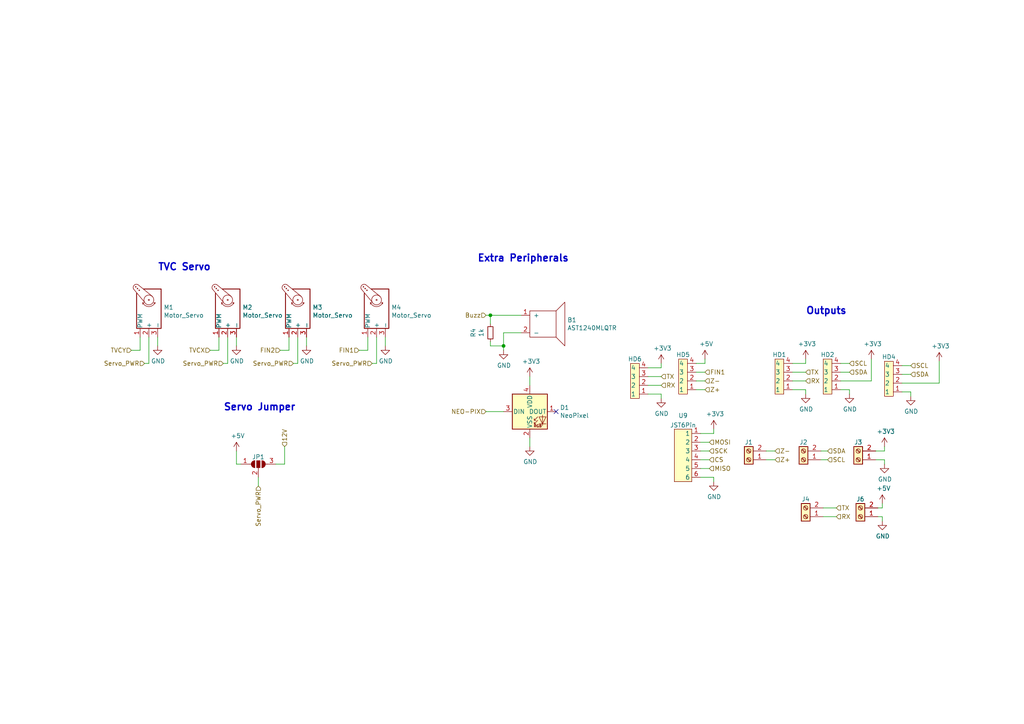
<source format=kicad_sch>
(kicad_sch (version 20230121) (generator eeschema)

  (uuid cc15f583-a41b-43af-ba94-a75455506a96)

  (paper "A4")

  (title_block
    (title "Additional Peripherals")
    (date "2021-10-11")
    (rev "1")
    (comment 3 "Microcontroller Breakout Pins")
    (comment 4 "LED, Buzzer")
  )

  (lib_symbols
    (symbol "Buzzer:AST1240MLQTR" (pin_names (offset 1.016)) (in_bom yes) (on_board yes)
      (property "Reference" "B" (at -2.54 -6.35 0)
        (effects (font (size 1.27 1.27)))
      )
      (property "Value" "Buzzer_AST1240MLQTR" (at -1.27 -8.89 0)
        (effects (font (size 1.27 1.27)))
      )
      (property "Footprint" "" (at 0 0 0)
        (effects (font (size 1.27 1.27)) hide)
      )
      (property "Datasheet" "" (at 0 0 0)
        (effects (font (size 1.27 1.27)) hide)
      )
      (symbol "AST1240MLQTR_0_1"
        (rectangle (start -6.35 3.81) (end 1.27 -3.81)
          (stroke (width 0) (type default))
          (fill (type none))
        )
        (polyline
          (pts
            (xy 1.27 3.81)
            (xy 3.81 6.35)
            (xy 3.81 -6.35)
            (xy 1.27 -3.81)
          )
          (stroke (width 0) (type default))
          (fill (type none))
        )
      )
      (symbol "AST1240MLQTR_1_1"
        (pin input line (at -8.89 2.54 0) (length 2.54)
          (name "+" (effects (font (size 1.27 1.27))))
          (number "1" (effects (font (size 1.27 1.27))))
        )
        (pin input line (at -8.89 -2.54 0) (length 2.54)
          (name "-" (effects (font (size 1.27 1.27))))
          (number "2" (effects (font (size 1.27 1.27))))
        )
      )
    )
    (symbol "Conn_JST:Header_1x4" (pin_names (offset 1.016)) (in_bom yes) (on_board yes)
      (property "Reference" "HD" (at -2.54 0 0)
        (effects (font (size 1.27 1.27)))
      )
      (property "Value" "Conn_JST_Header_1x4" (at -2.54 -1.27 0)
        (effects (font (size 1.27 1.27)))
      )
      (property "Footprint" "" (at 0 0 0)
        (effects (font (size 2.6924 2.6924)) hide)
      )
      (property "Datasheet" "" (at 0 0 0)
        (effects (font (size 2.6924 2.6924)) hide)
      )
      (symbol "Header_1x4_0_1"
        (rectangle (start -2.54 -2.54) (end -5.08 -12.7)
          (stroke (width 0) (type default))
          (fill (type background))
        )
      )
      (symbol "Header_1x4_1_1"
        (pin unspecified line (at 0 -11.43 180) (length 2.54)
          (name "1" (effects (font (size 1.27 1.27))))
          (number "1" (effects (font (size 1.27 1.27))))
        )
        (pin unspecified line (at 0 -8.89 180) (length 2.54)
          (name "2" (effects (font (size 1.27 1.27))))
          (number "2" (effects (font (size 1.27 1.27))))
        )
        (pin unspecified line (at 0 -6.35 180) (length 2.54)
          (name "3" (effects (font (size 1.27 1.27))))
          (number "3" (effects (font (size 1.27 1.27))))
        )
        (pin unspecified line (at 0 -3.81 180) (length 2.54)
          (name "4" (effects (font (size 1.27 1.27))))
          (number "4" (effects (font (size 1.27 1.27))))
        )
      )
    )
    (symbol "Connector:Screw_Terminal_01x02" (pin_names (offset 1.016) hide) (in_bom yes) (on_board yes)
      (property "Reference" "J" (at 0 2.54 0)
        (effects (font (size 1.27 1.27)))
      )
      (property "Value" "Screw_Terminal_01x02" (at 0 -5.08 0)
        (effects (font (size 1.27 1.27)))
      )
      (property "Footprint" "" (at 0 0 0)
        (effects (font (size 1.27 1.27)) hide)
      )
      (property "Datasheet" "~" (at 0 0 0)
        (effects (font (size 1.27 1.27)) hide)
      )
      (property "ki_keywords" "screw terminal" (at 0 0 0)
        (effects (font (size 1.27 1.27)) hide)
      )
      (property "ki_description" "Generic screw terminal, single row, 01x02, script generated (kicad-library-utils/schlib/autogen/connector/)" (at 0 0 0)
        (effects (font (size 1.27 1.27)) hide)
      )
      (property "ki_fp_filters" "TerminalBlock*:*" (at 0 0 0)
        (effects (font (size 1.27 1.27)) hide)
      )
      (symbol "Screw_Terminal_01x02_1_1"
        (rectangle (start -1.27 1.27) (end 1.27 -3.81)
          (stroke (width 0.254) (type default))
          (fill (type background))
        )
        (circle (center 0 -2.54) (radius 0.635)
          (stroke (width 0.1524) (type default))
          (fill (type none))
        )
        (polyline
          (pts
            (xy -0.5334 -2.2098)
            (xy 0.3302 -3.048)
          )
          (stroke (width 0.1524) (type default))
          (fill (type none))
        )
        (polyline
          (pts
            (xy -0.5334 0.3302)
            (xy 0.3302 -0.508)
          )
          (stroke (width 0.1524) (type default))
          (fill (type none))
        )
        (polyline
          (pts
            (xy -0.3556 -2.032)
            (xy 0.508 -2.8702)
          )
          (stroke (width 0.1524) (type default))
          (fill (type none))
        )
        (polyline
          (pts
            (xy -0.3556 0.508)
            (xy 0.508 -0.3302)
          )
          (stroke (width 0.1524) (type default))
          (fill (type none))
        )
        (circle (center 0 0) (radius 0.635)
          (stroke (width 0.1524) (type default))
          (fill (type none))
        )
        (pin passive line (at -5.08 0 0) (length 3.81)
          (name "Pin_1" (effects (font (size 1.27 1.27))))
          (number "1" (effects (font (size 1.27 1.27))))
        )
        (pin passive line (at -5.08 -2.54 0) (length 3.81)
          (name "Pin_2" (effects (font (size 1.27 1.27))))
          (number "2" (effects (font (size 1.27 1.27))))
        )
      )
    )
    (symbol "Device:R_Small" (pin_numbers hide) (pin_names (offset 0.254) hide) (in_bom yes) (on_board yes)
      (property "Reference" "R" (at 0.762 0.508 0)
        (effects (font (size 1.27 1.27)) (justify left))
      )
      (property "Value" "R_Small" (at 0.762 -1.016 0)
        (effects (font (size 1.27 1.27)) (justify left))
      )
      (property "Footprint" "" (at 0 0 0)
        (effects (font (size 1.27 1.27)) hide)
      )
      (property "Datasheet" "~" (at 0 0 0)
        (effects (font (size 1.27 1.27)) hide)
      )
      (property "ki_keywords" "R resistor" (at 0 0 0)
        (effects (font (size 1.27 1.27)) hide)
      )
      (property "ki_description" "Resistor, small symbol" (at 0 0 0)
        (effects (font (size 1.27 1.27)) hide)
      )
      (property "ki_fp_filters" "R_*" (at 0 0 0)
        (effects (font (size 1.27 1.27)) hide)
      )
      (symbol "R_Small_0_1"
        (rectangle (start -0.762 1.778) (end 0.762 -1.778)
          (stroke (width 0.2032) (type default))
          (fill (type none))
        )
      )
      (symbol "R_Small_1_1"
        (pin passive line (at 0 2.54 270) (length 0.762)
          (name "~" (effects (font (size 1.27 1.27))))
          (number "1" (effects (font (size 1.27 1.27))))
        )
        (pin passive line (at 0 -2.54 90) (length 0.762)
          (name "~" (effects (font (size 1.27 1.27))))
          (number "2" (effects (font (size 1.27 1.27))))
        )
      )
    )
    (symbol "FCparts:JST6Pin" (in_bom yes) (on_board yes)
      (property "Reference" "U" (at 0 0 0)
        (effects (font (size 1.27 1.27)))
      )
      (property "Value" "JST6Pin" (at 0 -2.54 0)
        (effects (font (size 1.27 1.27)))
      )
      (property "Footprint" "" (at 0 0 0)
        (effects (font (size 1.27 1.27)) hide)
      )
      (property "Datasheet" "" (at 0 0 0)
        (effects (font (size 1.27 1.27)) hide)
      )
      (symbol "JST6Pin_0_1"
        (rectangle (start -1.27 -5.08) (end 3.81 -20.32)
          (stroke (width 0.1524) (type default))
          (fill (type background))
        )
      )
      (symbol "JST6Pin_1_1"
        (pin input line (at 6.35 -6.35 180) (length 2.54)
          (name "1" (effects (font (size 1.27 1.27))))
          (number "1" (effects (font (size 1.27 1.27))))
        )
        (pin input line (at 6.35 -8.89 180) (length 2.54)
          (name "2" (effects (font (size 1.27 1.27))))
          (number "2" (effects (font (size 1.27 1.27))))
        )
        (pin input line (at 6.35 -11.43 180) (length 2.54)
          (name "3" (effects (font (size 1.27 1.27))))
          (number "3" (effects (font (size 1.27 1.27))))
        )
        (pin input line (at 6.35 -13.97 180) (length 2.54)
          (name "4" (effects (font (size 1.27 1.27))))
          (number "4" (effects (font (size 1.27 1.27))))
        )
        (pin input line (at 6.35 -16.51 180) (length 2.54)
          (name "5" (effects (font (size 1.27 1.27))))
          (number "5" (effects (font (size 1.27 1.27))))
        )
        (pin input line (at 6.35 -19.05 180) (length 2.54)
          (name "6" (effects (font (size 1.27 1.27))))
          (number "6" (effects (font (size 1.27 1.27))))
        )
      )
    )
    (symbol "Jumper:SolderJumper_3_Open" (pin_names (offset 0) hide) (in_bom yes) (on_board yes)
      (property "Reference" "JP" (at -2.54 -2.54 0)
        (effects (font (size 1.27 1.27)))
      )
      (property "Value" "SolderJumper_3_Open" (at 0 2.794 0)
        (effects (font (size 1.27 1.27)))
      )
      (property "Footprint" "" (at 0 0 0)
        (effects (font (size 1.27 1.27)) hide)
      )
      (property "Datasheet" "~" (at 0 0 0)
        (effects (font (size 1.27 1.27)) hide)
      )
      (property "ki_keywords" "Solder Jumper SPDT" (at 0 0 0)
        (effects (font (size 1.27 1.27)) hide)
      )
      (property "ki_description" "Solder Jumper, 3-pole, open" (at 0 0 0)
        (effects (font (size 1.27 1.27)) hide)
      )
      (property "ki_fp_filters" "SolderJumper*Open*" (at 0 0 0)
        (effects (font (size 1.27 1.27)) hide)
      )
      (symbol "SolderJumper_3_Open_0_1"
        (arc (start -1.016 1.016) (mid -2.0276 0) (end -1.016 -1.016)
          (stroke (width 0) (type default))
          (fill (type none))
        )
        (arc (start -1.016 1.016) (mid -2.0276 0) (end -1.016 -1.016)
          (stroke (width 0) (type default))
          (fill (type outline))
        )
        (rectangle (start -0.508 1.016) (end 0.508 -1.016)
          (stroke (width 0) (type default))
          (fill (type outline))
        )
        (polyline
          (pts
            (xy -2.54 0)
            (xy -2.032 0)
          )
          (stroke (width 0) (type default))
          (fill (type none))
        )
        (polyline
          (pts
            (xy -1.016 1.016)
            (xy -1.016 -1.016)
          )
          (stroke (width 0) (type default))
          (fill (type none))
        )
        (polyline
          (pts
            (xy 0 -1.27)
            (xy 0 -1.016)
          )
          (stroke (width 0) (type default))
          (fill (type none))
        )
        (polyline
          (pts
            (xy 1.016 1.016)
            (xy 1.016 -1.016)
          )
          (stroke (width 0) (type default))
          (fill (type none))
        )
        (polyline
          (pts
            (xy 2.54 0)
            (xy 2.032 0)
          )
          (stroke (width 0) (type default))
          (fill (type none))
        )
        (arc (start 1.016 -1.016) (mid 2.0276 0) (end 1.016 1.016)
          (stroke (width 0) (type default))
          (fill (type none))
        )
        (arc (start 1.016 -1.016) (mid 2.0276 0) (end 1.016 1.016)
          (stroke (width 0) (type default))
          (fill (type outline))
        )
      )
      (symbol "SolderJumper_3_Open_1_1"
        (pin passive line (at -5.08 0 0) (length 2.54)
          (name "A" (effects (font (size 1.27 1.27))))
          (number "1" (effects (font (size 1.27 1.27))))
        )
        (pin input line (at 0 -3.81 90) (length 2.54)
          (name "C" (effects (font (size 1.27 1.27))))
          (number "2" (effects (font (size 1.27 1.27))))
        )
        (pin passive line (at 5.08 0 180) (length 2.54)
          (name "B" (effects (font (size 1.27 1.27))))
          (number "3" (effects (font (size 1.27 1.27))))
        )
      )
    )
    (symbol "LED:SK6805" (pin_names (offset 0.254)) (in_bom yes) (on_board yes)
      (property "Reference" "D" (at 5.08 5.715 0)
        (effects (font (size 1.27 1.27)) (justify right bottom))
      )
      (property "Value" "SK6805" (at 1.27 -5.715 0)
        (effects (font (size 1.27 1.27)) (justify left top))
      )
      (property "Footprint" "LED_SMD:LED_SK6805_PLCC4_2.4x2.7mm_P1.3mm" (at 1.27 -7.62 0)
        (effects (font (size 1.27 1.27)) (justify left top) hide)
      )
      (property "Datasheet" "https://cdn-shop.adafruit.com/product-files/3484/3484_Datasheet.pdf" (at 2.54 -9.525 0)
        (effects (font (size 1.27 1.27)) (justify left top) hide)
      )
      (property "ki_keywords" "RGB LED NeoPixel Nano addressable" (at 0 0 0)
        (effects (font (size 1.27 1.27)) hide)
      )
      (property "ki_description" "RGB LED with integrated controller" (at 0 0 0)
        (effects (font (size 1.27 1.27)) hide)
      )
      (property "ki_fp_filters" "LED*SK6805*PLCC*2.4x2.7mm*P1.3mm*" (at 0 0 0)
        (effects (font (size 1.27 1.27)) hide)
      )
      (symbol "SK6805_0_0"
        (text "RGB" (at 2.286 -4.191 0)
          (effects (font (size 0.762 0.762)))
        )
      )
      (symbol "SK6805_0_1"
        (polyline
          (pts
            (xy 1.27 -3.556)
            (xy 1.778 -3.556)
          )
          (stroke (width 0) (type default))
          (fill (type none))
        )
        (polyline
          (pts
            (xy 1.27 -2.54)
            (xy 1.778 -2.54)
          )
          (stroke (width 0) (type default))
          (fill (type none))
        )
        (polyline
          (pts
            (xy 4.699 -3.556)
            (xy 2.667 -3.556)
          )
          (stroke (width 0) (type default))
          (fill (type none))
        )
        (polyline
          (pts
            (xy 2.286 -2.54)
            (xy 1.27 -3.556)
            (xy 1.27 -3.048)
          )
          (stroke (width 0) (type default))
          (fill (type none))
        )
        (polyline
          (pts
            (xy 2.286 -1.524)
            (xy 1.27 -2.54)
            (xy 1.27 -2.032)
          )
          (stroke (width 0) (type default))
          (fill (type none))
        )
        (polyline
          (pts
            (xy 3.683 -1.016)
            (xy 3.683 -3.556)
            (xy 3.683 -4.064)
          )
          (stroke (width 0) (type default))
          (fill (type none))
        )
        (polyline
          (pts
            (xy 4.699 -1.524)
            (xy 2.667 -1.524)
            (xy 3.683 -3.556)
            (xy 4.699 -1.524)
          )
          (stroke (width 0) (type default))
          (fill (type none))
        )
        (rectangle (start 5.08 5.08) (end -5.08 -5.08)
          (stroke (width 0.254) (type default))
          (fill (type background))
        )
      )
      (symbol "SK6805_1_1"
        (pin output line (at 7.62 0 180) (length 2.54)
          (name "DOUT" (effects (font (size 1.27 1.27))))
          (number "1" (effects (font (size 1.27 1.27))))
        )
        (pin power_in line (at 0 -7.62 90) (length 2.54)
          (name "VSS" (effects (font (size 1.27 1.27))))
          (number "2" (effects (font (size 1.27 1.27))))
        )
        (pin input line (at -7.62 0 0) (length 2.54)
          (name "DIN" (effects (font (size 1.27 1.27))))
          (number "3" (effects (font (size 1.27 1.27))))
        )
        (pin power_in line (at 0 7.62 270) (length 2.54)
          (name "VDD" (effects (font (size 1.27 1.27))))
          (number "4" (effects (font (size 1.27 1.27))))
        )
      )
    )
    (symbol "Motor:Motor_Servo" (pin_names (offset 0.0254)) (in_bom yes) (on_board yes)
      (property "Reference" "M" (at -5.08 4.445 0)
        (effects (font (size 1.27 1.27)) (justify left))
      )
      (property "Value" "Motor_Servo" (at -5.08 -4.064 0)
        (effects (font (size 1.27 1.27)) (justify left top))
      )
      (property "Footprint" "" (at 0 -4.826 0)
        (effects (font (size 1.27 1.27)) hide)
      )
      (property "Datasheet" "http://forums.parallax.com/uploads/attachments/46831/74481.png" (at 0 -4.826 0)
        (effects (font (size 1.27 1.27)) hide)
      )
      (property "ki_keywords" "Servo Motor" (at 0 0 0)
        (effects (font (size 1.27 1.27)) hide)
      )
      (property "ki_description" "Servo Motor (Futaba, HiTec, JR connector)" (at 0 0 0)
        (effects (font (size 1.27 1.27)) hide)
      )
      (property "ki_fp_filters" "PinHeader*P2.54mm*" (at 0 0 0)
        (effects (font (size 1.27 1.27)) hide)
      )
      (symbol "Motor_Servo_0_1"
        (polyline
          (pts
            (xy 2.413 -1.778)
            (xy 2.032 -1.778)
          )
          (stroke (width 0) (type default))
          (fill (type none))
        )
        (polyline
          (pts
            (xy 2.413 -1.778)
            (xy 2.286 -1.397)
          )
          (stroke (width 0) (type default))
          (fill (type none))
        )
        (polyline
          (pts
            (xy 2.413 1.778)
            (xy 1.905 1.778)
          )
          (stroke (width 0) (type default))
          (fill (type none))
        )
        (polyline
          (pts
            (xy 2.413 1.778)
            (xy 2.286 1.397)
          )
          (stroke (width 0) (type default))
          (fill (type none))
        )
        (polyline
          (pts
            (xy 6.35 4.445)
            (xy 2.54 1.27)
          )
          (stroke (width 0) (type default))
          (fill (type none))
        )
        (polyline
          (pts
            (xy 7.62 3.175)
            (xy 4.191 -1.016)
          )
          (stroke (width 0) (type default))
          (fill (type none))
        )
        (polyline
          (pts
            (xy 5.08 3.556)
            (xy -5.08 3.556)
            (xy -5.08 -3.556)
            (xy 6.35 -3.556)
            (xy 6.35 1.524)
          )
          (stroke (width 0.254) (type default))
          (fill (type none))
        )
        (arc (start 2.413 1.778) (mid 1.2406 0) (end 2.413 -1.778)
          (stroke (width 0) (type default))
          (fill (type none))
        )
        (circle (center 3.175 0) (radius 0.1778)
          (stroke (width 0) (type default))
          (fill (type none))
        )
        (circle (center 3.175 0) (radius 1.4224)
          (stroke (width 0) (type default))
          (fill (type none))
        )
        (circle (center 5.969 2.794) (radius 0.127)
          (stroke (width 0) (type default))
          (fill (type none))
        )
        (circle (center 6.477 3.302) (radius 0.127)
          (stroke (width 0) (type default))
          (fill (type none))
        )
        (circle (center 6.985 3.81) (radius 0.127)
          (stroke (width 0) (type default))
          (fill (type none))
        )
        (arc (start 7.62 3.175) (mid 7.4485 4.2735) (end 6.35 4.445)
          (stroke (width 0) (type default))
          (fill (type none))
        )
      )
      (symbol "Motor_Servo_1_1"
        (pin passive line (at -7.62 2.54 0) (length 2.54)
          (name "PWM" (effects (font (size 1.27 1.27))))
          (number "1" (effects (font (size 1.27 1.27))))
        )
        (pin passive line (at -7.62 0 0) (length 2.54)
          (name "+" (effects (font (size 1.27 1.27))))
          (number "2" (effects (font (size 1.27 1.27))))
        )
        (pin passive line (at -7.62 -2.54 0) (length 2.54)
          (name "-" (effects (font (size 1.27 1.27))))
          (number "3" (effects (font (size 1.27 1.27))))
        )
      )
    )
    (symbol "power:+3.3V" (power) (pin_names (offset 0)) (in_bom yes) (on_board yes)
      (property "Reference" "#PWR" (at 0 -3.81 0)
        (effects (font (size 1.27 1.27)) hide)
      )
      (property "Value" "+3.3V" (at 0 3.556 0)
        (effects (font (size 1.27 1.27)))
      )
      (property "Footprint" "" (at 0 0 0)
        (effects (font (size 1.27 1.27)) hide)
      )
      (property "Datasheet" "" (at 0 0 0)
        (effects (font (size 1.27 1.27)) hide)
      )
      (property "ki_keywords" "power-flag" (at 0 0 0)
        (effects (font (size 1.27 1.27)) hide)
      )
      (property "ki_description" "Power symbol creates a global label with name \"+3.3V\"" (at 0 0 0)
        (effects (font (size 1.27 1.27)) hide)
      )
      (symbol "+3.3V_0_1"
        (polyline
          (pts
            (xy -0.762 1.27)
            (xy 0 2.54)
          )
          (stroke (width 0) (type default))
          (fill (type none))
        )
        (polyline
          (pts
            (xy 0 0)
            (xy 0 2.54)
          )
          (stroke (width 0) (type default))
          (fill (type none))
        )
        (polyline
          (pts
            (xy 0 2.54)
            (xy 0.762 1.27)
          )
          (stroke (width 0) (type default))
          (fill (type none))
        )
      )
      (symbol "+3.3V_1_1"
        (pin power_in line (at 0 0 90) (length 0) hide
          (name "+3V3" (effects (font (size 1.27 1.27))))
          (number "1" (effects (font (size 1.27 1.27))))
        )
      )
    )
    (symbol "power:+5V" (power) (pin_names (offset 0)) (in_bom yes) (on_board yes)
      (property "Reference" "#PWR" (at 0 -3.81 0)
        (effects (font (size 1.27 1.27)) hide)
      )
      (property "Value" "+5V" (at 0 3.556 0)
        (effects (font (size 1.27 1.27)))
      )
      (property "Footprint" "" (at 0 0 0)
        (effects (font (size 1.27 1.27)) hide)
      )
      (property "Datasheet" "" (at 0 0 0)
        (effects (font (size 1.27 1.27)) hide)
      )
      (property "ki_keywords" "power-flag" (at 0 0 0)
        (effects (font (size 1.27 1.27)) hide)
      )
      (property "ki_description" "Power symbol creates a global label with name \"+5V\"" (at 0 0 0)
        (effects (font (size 1.27 1.27)) hide)
      )
      (symbol "+5V_0_1"
        (polyline
          (pts
            (xy -0.762 1.27)
            (xy 0 2.54)
          )
          (stroke (width 0) (type default))
          (fill (type none))
        )
        (polyline
          (pts
            (xy 0 0)
            (xy 0 2.54)
          )
          (stroke (width 0) (type default))
          (fill (type none))
        )
        (polyline
          (pts
            (xy 0 2.54)
            (xy 0.762 1.27)
          )
          (stroke (width 0) (type default))
          (fill (type none))
        )
      )
      (symbol "+5V_1_1"
        (pin power_in line (at 0 0 90) (length 0) hide
          (name "+5V" (effects (font (size 1.27 1.27))))
          (number "1" (effects (font (size 1.27 1.27))))
        )
      )
    )
    (symbol "power:GND" (power) (pin_names (offset 0)) (in_bom yes) (on_board yes)
      (property "Reference" "#PWR" (at 0 -6.35 0)
        (effects (font (size 1.27 1.27)) hide)
      )
      (property "Value" "GND" (at 0 -3.81 0)
        (effects (font (size 1.27 1.27)))
      )
      (property "Footprint" "" (at 0 0 0)
        (effects (font (size 1.27 1.27)) hide)
      )
      (property "Datasheet" "" (at 0 0 0)
        (effects (font (size 1.27 1.27)) hide)
      )
      (property "ki_keywords" "power-flag" (at 0 0 0)
        (effects (font (size 1.27 1.27)) hide)
      )
      (property "ki_description" "Power symbol creates a global label with name \"GND\" , ground" (at 0 0 0)
        (effects (font (size 1.27 1.27)) hide)
      )
      (symbol "GND_0_1"
        (polyline
          (pts
            (xy 0 0)
            (xy 0 -1.27)
            (xy 1.27 -1.27)
            (xy 0 -2.54)
            (xy -1.27 -1.27)
            (xy 0 -1.27)
          )
          (stroke (width 0) (type default))
          (fill (type none))
        )
      )
      (symbol "GND_1_1"
        (pin power_in line (at 0 0 270) (length 0) hide
          (name "GND" (effects (font (size 1.27 1.27))))
          (number "1" (effects (font (size 1.27 1.27))))
        )
      )
    )
  )

  (junction (at 142.24 91.44) (diameter 0) (color 0 0 0 0)
    (uuid 43707e99-bdd7-4b02-9974-540ed6c2b0aa)
  )
  (junction (at 146.05 100.33) (diameter 0) (color 0 0 0 0)
    (uuid 7bfba61b-6752-4a45-9ee6-5984dcb15041)
  )

  (no_connect (at 161.29 119.38) (uuid 9aedbb9e-8340-4899-b813-05b23382a36b))

  (wire (pts (xy 233.68 110.49) (xy 229.87 110.49))
    (stroke (width 0) (type default))
    (uuid 0a1a4d88-972a-46ce-b25e-6cb796bd41f7)
  )
  (wire (pts (xy 151.13 91.44) (xy 142.24 91.44))
    (stroke (width 0) (type default))
    (uuid 1171ce37-6ad7-4662-bb68-5592c945ebf3)
  )
  (wire (pts (xy 146.05 119.38) (xy 140.97 119.38))
    (stroke (width 0) (type default))
    (uuid 180245d9-4a3f-4d1b-adcc-b4eafac722e0)
  )
  (wire (pts (xy 264.16 108.585) (xy 261.62 108.585))
    (stroke (width 0) (type default))
    (uuid 1cac17ed-c3b8-4653-9b9c-c28772407a35)
  )
  (wire (pts (xy 82.55 129.54) (xy 82.55 134.62))
    (stroke (width 0) (type default))
    (uuid 1f4dcea6-a0da-4f90-9f92-fe7b29a7aec7)
  )
  (wire (pts (xy 142.24 100.33) (xy 146.05 100.33))
    (stroke (width 0) (type default))
    (uuid 1fbb0219-551e-409b-a61b-76e8cebdfb9d)
  )
  (wire (pts (xy 203.2 125.73) (xy 207.01 125.73))
    (stroke (width 0) (type default))
    (uuid 242536cc-5ae9-42d9-9e57-39fc3eb1a63d)
  )
  (wire (pts (xy 64.77 105.41) (xy 66.04 105.41))
    (stroke (width 0) (type default))
    (uuid 251711f8-7729-4c5b-adc0-663c1fc5e6d5)
  )
  (wire (pts (xy 233.68 104.14) (xy 233.68 105.41))
    (stroke (width 0) (type default))
    (uuid 29bb7297-26fb-4776-9266-2355d022bab0)
  )
  (wire (pts (xy 238.76 147.32) (xy 242.57 147.32))
    (stroke (width 0) (type default))
    (uuid 3419bb77-1195-490c-ad1c-66834c780b7f)
  )
  (wire (pts (xy 222.25 130.81) (xy 224.79 130.81))
    (stroke (width 0) (type default))
    (uuid 35267bfd-d623-463a-9d65-7de58389da9c)
  )
  (wire (pts (xy 229.87 107.95) (xy 233.68 107.95))
    (stroke (width 0) (type default))
    (uuid 36d783e7-096f-4c97-9672-7e08c083b87b)
  )
  (wire (pts (xy 264.16 113.665) (xy 261.62 113.665))
    (stroke (width 0) (type default))
    (uuid 41ebff32-a141-4c3c-822b-a63fb30081ba)
  )
  (wire (pts (xy 203.2 128.27) (xy 205.74 128.27))
    (stroke (width 0) (type default))
    (uuid 42b12df9-1405-4361-8c87-ef3ab14504d9)
  )
  (wire (pts (xy 191.77 106.68) (xy 187.96 106.68))
    (stroke (width 0) (type default))
    (uuid 4b9f66ac-7648-42bc-a33f-c121d6a3f822)
  )
  (wire (pts (xy 207.01 138.43) (xy 203.2 138.43))
    (stroke (width 0) (type default))
    (uuid 4d84e92b-cae7-41db-9cff-cbd7c48bdf2e)
  )
  (wire (pts (xy 204.47 105.41) (xy 204.47 104.14))
    (stroke (width 0) (type default))
    (uuid 4f7ef842-4b12-4650-80b4-48f7cc2ac603)
  )
  (wire (pts (xy 41.91 105.41) (xy 43.18 105.41))
    (stroke (width 0) (type default))
    (uuid 516cb2f1-92e0-4062-a99e-67913b4193b9)
  )
  (wire (pts (xy 255.905 149.86) (xy 255.905 151.13))
    (stroke (width 0) (type default))
    (uuid 576f00e6-a1be-45d3-9b93-e26d9e0fe306)
  )
  (wire (pts (xy 111.76 97.79) (xy 111.76 100.33))
    (stroke (width 0) (type default))
    (uuid 59fc765e-1357-4c94-9529-5635418c7d73)
  )
  (wire (pts (xy 40.64 97.79) (xy 40.64 101.6))
    (stroke (width 0) (type default))
    (uuid 5c30b9b4-3014-4f50-9329-27a539b67e01)
  )
  (wire (pts (xy 106.68 101.6) (xy 104.14 101.6))
    (stroke (width 0) (type default))
    (uuid 5c7d6eaf-f256-4349-8203-d2e836872231)
  )
  (wire (pts (xy 261.62 106.045) (xy 264.16 106.045))
    (stroke (width 0) (type default))
    (uuid 5f26e43a-4145-49d6-981a-d9f33e5fbdb5)
  )
  (wire (pts (xy 256.54 130.81) (xy 256.54 129.54))
    (stroke (width 0) (type default))
    (uuid 626679e8-6101-4722-ac57-5b8d9dab4c8b)
  )
  (wire (pts (xy 201.93 110.49) (xy 204.47 110.49))
    (stroke (width 0) (type default))
    (uuid 63bdded8-3ff5-4c19-8af5-a44eee442a68)
  )
  (wire (pts (xy 254.635 149.86) (xy 255.905 149.86))
    (stroke (width 0) (type default))
    (uuid 647d0ada-817f-4f56-aa8f-3e2f4bbae229)
  )
  (wire (pts (xy 261.62 111.125) (xy 272.415 111.125))
    (stroke (width 0) (type default))
    (uuid 6e931df6-d5e8-4cfc-adc1-17eae9c9d3ce)
  )
  (wire (pts (xy 83.82 101.6) (xy 81.28 101.6))
    (stroke (width 0) (type default))
    (uuid 6f580eb1-88cc-489d-a7ca-9efa5e590715)
  )
  (wire (pts (xy 63.5 101.6) (xy 60.96 101.6))
    (stroke (width 0) (type default))
    (uuid 6ffdf05e-e119-49f9-85e9-13e4901df42a)
  )
  (wire (pts (xy 246.38 107.95) (xy 243.84 107.95))
    (stroke (width 0) (type default))
    (uuid 72508b1f-1505-46cb-9d37-2081c5a12aca)
  )
  (wire (pts (xy 146.05 96.52) (xy 146.05 100.33))
    (stroke (width 0) (type default))
    (uuid 79770cd5-32d7-429a-8248-0d9e6212231a)
  )
  (wire (pts (xy 222.25 133.35) (xy 224.79 133.35))
    (stroke (width 0) (type default))
    (uuid 7c06c437-5b56-4e7d-9fba-989dcd11b56b)
  )
  (wire (pts (xy 246.38 114.3) (xy 246.38 113.03))
    (stroke (width 0) (type default))
    (uuid 7d76d925-f900-42af-a03f-bb32d2381b09)
  )
  (wire (pts (xy 243.84 105.41) (xy 246.38 105.41))
    (stroke (width 0) (type default))
    (uuid 802c2dc3-ca9f-491e-9d66-7893e89ac34c)
  )
  (wire (pts (xy 207.01 139.7) (xy 207.01 138.43))
    (stroke (width 0) (type default))
    (uuid 826a983b-8d25-4616-a4c4-3d2c863910fc)
  )
  (wire (pts (xy 203.2 130.81) (xy 205.74 130.81))
    (stroke (width 0) (type default))
    (uuid 87b5c4c5-7829-4305-93f7-67e5b59a9c24)
  )
  (wire (pts (xy 203.2 135.89) (xy 205.74 135.89))
    (stroke (width 0) (type default))
    (uuid 885b466e-01d4-4b9c-8b7d-3a2355e2620f)
  )
  (wire (pts (xy 68.58 97.79) (xy 68.58 100.33))
    (stroke (width 0) (type default))
    (uuid 88cb65f4-7e9e-44eb-8692-3b6e2e788a94)
  )
  (wire (pts (xy 153.67 127) (xy 153.67 129.54))
    (stroke (width 0) (type default))
    (uuid 9031bb33-c6aa-4758-bf5c-3274ed3ebab7)
  )
  (wire (pts (xy 242.57 149.86) (xy 238.76 149.86))
    (stroke (width 0) (type default))
    (uuid 92e3ef4b-ffee-4c5d-ad25-da869d2866f7)
  )
  (wire (pts (xy 201.93 105.41) (xy 204.47 105.41))
    (stroke (width 0) (type default))
    (uuid 93cc0da8-68ce-4bde-a85a-7f850767b825)
  )
  (wire (pts (xy 187.96 114.3) (xy 191.77 114.3))
    (stroke (width 0) (type default))
    (uuid 946097a6-5de6-41e1-a2a9-3fde8f1e91e9)
  )
  (wire (pts (xy 201.93 107.95) (xy 204.47 107.95))
    (stroke (width 0) (type default))
    (uuid 95fd8d91-72dc-4f67-8cbd-49bc9c606d87)
  )
  (wire (pts (xy 109.22 97.79) (xy 109.22 105.41))
    (stroke (width 0) (type default))
    (uuid 96db52e2-6336-4f5e-846e-528c594d0509)
  )
  (wire (pts (xy 142.24 99.06) (xy 142.24 100.33))
    (stroke (width 0) (type default))
    (uuid 99332785-d9f1-4363-9377-26ddc18e6d2c)
  )
  (wire (pts (xy 146.05 100.33) (xy 146.05 101.6))
    (stroke (width 0) (type default))
    (uuid 99dfa524-0366-4808-b4e8-328fc38e8656)
  )
  (wire (pts (xy 40.64 101.6) (xy 38.1 101.6))
    (stroke (width 0) (type default))
    (uuid 9a2d648d-863a-4b7b-80f9-d537185c212b)
  )
  (wire (pts (xy 68.58 130.81) (xy 68.58 134.62))
    (stroke (width 0) (type default))
    (uuid 9d42fd76-275c-4b72-8b74-2d985973a4b9)
  )
  (wire (pts (xy 82.55 134.62) (xy 80.01 134.62))
    (stroke (width 0) (type default))
    (uuid 9da789f3-2ab0-4cef-a74b-a20d9b519d29)
  )
  (wire (pts (xy 255.905 147.32) (xy 255.905 146.05))
    (stroke (width 0) (type default))
    (uuid a8fb8ee0-623f-4870-a716-ecc88f37ef9a)
  )
  (wire (pts (xy 254.635 147.32) (xy 255.905 147.32))
    (stroke (width 0) (type default))
    (uuid aa4651d6-14f4-414a-906f-03bbf4f2ddd6)
  )
  (wire (pts (xy 272.415 111.125) (xy 272.415 104.775))
    (stroke (width 0) (type default))
    (uuid ad37c4d5-e397-4375-83ef-86df23dc2c01)
  )
  (wire (pts (xy 106.68 97.79) (xy 106.68 101.6))
    (stroke (width 0) (type default))
    (uuid b13e8448-bf35-4ec0-9c70-3f2250718cc2)
  )
  (wire (pts (xy 86.36 105.41) (xy 85.09 105.41))
    (stroke (width 0) (type default))
    (uuid b48bd070-cf50-435a-a267-c0ec631e9358)
  )
  (wire (pts (xy 256.54 133.35) (xy 256.54 134.62))
    (stroke (width 0) (type default))
    (uuid b59f18ce-2e34-4b6e-b14d-8d73b8268179)
  )
  (wire (pts (xy 254 133.35) (xy 256.54 133.35))
    (stroke (width 0) (type default))
    (uuid b7bf6e08-7978-4190-aff5-c90d967f0f9c)
  )
  (wire (pts (xy 207.01 125.73) (xy 207.01 124.46))
    (stroke (width 0) (type default))
    (uuid b98d586a-f5ba-4430-8cee-d883948cc317)
  )
  (wire (pts (xy 238.125 133.35) (xy 240.03 133.35))
    (stroke (width 0) (type default))
    (uuid ba7a67b5-b342-4181-8e1f-736fc616e36f)
  )
  (wire (pts (xy 233.68 113.03) (xy 233.68 114.3))
    (stroke (width 0) (type default))
    (uuid bdf40d30-88ff-4479-bad1-69529464b61b)
  )
  (wire (pts (xy 187.96 109.22) (xy 191.77 109.22))
    (stroke (width 0) (type default))
    (uuid c034b99a-2648-448e-baa6-0eff97e95a31)
  )
  (wire (pts (xy 63.5 97.79) (xy 63.5 101.6))
    (stroke (width 0) (type default))
    (uuid c4cab9c5-d6e5-4660-b910-603a51b56783)
  )
  (wire (pts (xy 201.93 113.03) (xy 204.47 113.03))
    (stroke (width 0) (type default))
    (uuid c8463c9c-bcb3-4081-a363-16436a3117fc)
  )
  (wire (pts (xy 229.87 113.03) (xy 233.68 113.03))
    (stroke (width 0) (type default))
    (uuid c9b9e62d-dede-4d1a-9a05-275614f8bdb2)
  )
  (wire (pts (xy 233.68 105.41) (xy 229.87 105.41))
    (stroke (width 0) (type default))
    (uuid cb6062da-8dcd-4826-92fd-4071e9e97213)
  )
  (wire (pts (xy 43.18 97.79) (xy 43.18 105.41))
    (stroke (width 0) (type default))
    (uuid cb721686-5255-4788-a3b0-ce4312e32eb7)
  )
  (wire (pts (xy 254 130.81) (xy 256.54 130.81))
    (stroke (width 0) (type default))
    (uuid ccc4cc25-ac17-45ef-825c-e079951ffb21)
  )
  (wire (pts (xy 252.73 104.14) (xy 252.73 110.49))
    (stroke (width 0) (type default))
    (uuid ce404b13-b49e-4945-b201-94f606bd5f89)
  )
  (wire (pts (xy 191.77 114.3) (xy 191.77 115.57))
    (stroke (width 0) (type default))
    (uuid ce74344b-32a5-45f1-b0fc-6903c09e3eed)
  )
  (wire (pts (xy 142.24 93.98) (xy 142.24 91.44))
    (stroke (width 0) (type default))
    (uuid d4c9471f-7503-4339-928c-d1abae1eede6)
  )
  (wire (pts (xy 45.72 97.79) (xy 45.72 100.33))
    (stroke (width 0) (type default))
    (uuid d4db7f11-8cfe-40d2-b021-b36f05241701)
  )
  (wire (pts (xy 205.74 133.35) (xy 203.2 133.35))
    (stroke (width 0) (type default))
    (uuid d573daa0-d5f2-4bd7-8073-33e60c84441b)
  )
  (wire (pts (xy 83.82 97.79) (xy 83.82 101.6))
    (stroke (width 0) (type default))
    (uuid d68e5ddb-039c-483f-88a3-1b0b7964b482)
  )
  (wire (pts (xy 191.77 111.76) (xy 187.96 111.76))
    (stroke (width 0) (type default))
    (uuid d7070859-dedb-4e15-8c3c-a55445f4810e)
  )
  (wire (pts (xy 68.58 134.62) (xy 69.85 134.62))
    (stroke (width 0) (type default))
    (uuid d8c0e52e-0697-4229-898d-d8cd800e4eba)
  )
  (wire (pts (xy 243.84 110.49) (xy 252.73 110.49))
    (stroke (width 0) (type default))
    (uuid dd36c10a-aece-4740-8060-e0818c798573)
  )
  (wire (pts (xy 142.24 91.44) (xy 140.97 91.44))
    (stroke (width 0) (type default))
    (uuid e17e6c0e-7e5b-43f0-ad48-0a2760b45b04)
  )
  (wire (pts (xy 264.16 114.935) (xy 264.16 113.665))
    (stroke (width 0) (type default))
    (uuid e30cac94-d68c-4af2-bdd1-c19f6f531288)
  )
  (wire (pts (xy 151.13 96.52) (xy 146.05 96.52))
    (stroke (width 0) (type default))
    (uuid e4e20505-1208-4100-a4aa-676f50844c06)
  )
  (wire (pts (xy 238.125 130.81) (xy 240.03 130.81))
    (stroke (width 0) (type default))
    (uuid ef3afa24-082d-4347-ab4d-55104aab6b83)
  )
  (wire (pts (xy 88.9 97.79) (xy 88.9 100.33))
    (stroke (width 0) (type default))
    (uuid f0ff5d1c-5481-4958-b844-4f68a17d4166)
  )
  (wire (pts (xy 74.93 138.43) (xy 74.93 140.97))
    (stroke (width 0) (type default))
    (uuid f1721adc-4809-4670-bffe-90802e8a8379)
  )
  (wire (pts (xy 246.38 113.03) (xy 243.84 113.03))
    (stroke (width 0) (type default))
    (uuid f1e619ac-5067-41df-8384-776ec70a6093)
  )
  (wire (pts (xy 107.95 105.41) (xy 109.22 105.41))
    (stroke (width 0) (type default))
    (uuid f6cf46c0-d85b-4bcd-990c-cc3af401e6b2)
  )
  (wire (pts (xy 191.77 105.41) (xy 191.77 106.68))
    (stroke (width 0) (type default))
    (uuid f778b720-4dba-4694-97cb-af3248f3da0b)
  )
  (wire (pts (xy 153.67 109.22) (xy 153.67 111.76))
    (stroke (width 0) (type default))
    (uuid fa918b6d-f6cf-4471-be3b-4ff713f55a2e)
  )
  (wire (pts (xy 66.04 97.79) (xy 66.04 105.41))
    (stroke (width 0) (type default))
    (uuid faa1812c-fdf3-47ae-9cf4-ae06a263bfbd)
  )
  (wire (pts (xy 86.36 97.79) (xy 86.36 105.41))
    (stroke (width 0) (type default))
    (uuid fdc60c06-30fa-4dfb-96b4-809b755999e1)
  )

  (text "TVC Servo" (at 45.72 78.74 0)
    (effects (font (size 2.0066 2.0066) (thickness 0.4013) bold) (justify left bottom))
    (uuid 4c843bdb-6c9e-40dd-85e2-0567846e18ba)
  )
  (text "Outputs" (at 233.68 91.44 0)
    (effects (font (size 2.0066 2.0066) (thickness 0.4013) bold) (justify left bottom))
    (uuid 7a74c4b1-6243-4a12-85a2-bc41d346e7aa)
  )
  (text "Servo Jumper" (at 64.77 119.38 0)
    (effects (font (size 2.0066 2.0066) (thickness 0.4013) bold) (justify left bottom))
    (uuid 9358a53e-a337-4ac5-b1a7-7742caa43548)
  )
  (text "Extra Peripherals" (at 165.1 76.2 0)
    (effects (font (size 2.0066 2.0066) (thickness 0.4013) bold) (justify right bottom))
    (uuid f8f3a9fc-1e34-4573-a767-508104e8d242)
  )

  (hierarchical_label "SCL" (shape input) (at 240.03 133.35 0) (fields_autoplaced)
    (effects (font (size 1.27 1.27)) (justify left))
    (uuid 084c860e-e060-45e6-a49c-debba9acf5e7)
  )
  (hierarchical_label "12V" (shape input) (at 82.55 129.54 90) (fields_autoplaced)
    (effects (font (size 1.27 1.27)) (justify left))
    (uuid 0ea35a5f-004a-4921-bc13-6cd5ff8c5552)
  )
  (hierarchical_label "TVCY" (shape input) (at 38.1 101.6 180) (fields_autoplaced)
    (effects (font (size 1.27 1.27)) (justify right))
    (uuid 1f9ae101-c652-4998-a503-17aedf3d5746)
  )
  (hierarchical_label "Z-" (shape input) (at 224.79 130.81 0) (fields_autoplaced)
    (effects (font (size 1.27 1.27)) (justify left))
    (uuid 22bb6c80-05a9-4d89-98b0-f4c23fe6c1ce)
  )
  (hierarchical_label "SCL" (shape input) (at 246.38 105.41 0) (fields_autoplaced)
    (effects (font (size 1.27 1.27)) (justify left))
    (uuid 2957167e-579e-4eac-903c-74389e8302b5)
  )
  (hierarchical_label "Servo_PWR" (shape input) (at 85.09 105.41 180) (fields_autoplaced)
    (effects (font (size 1.27 1.27)) (justify right))
    (uuid 3769ccc5-285f-4851-b949-4f06c27928aa)
  )
  (hierarchical_label "FIN1" (shape input) (at 204.47 107.95 0) (fields_autoplaced)
    (effects (font (size 1.27 1.27)) (justify left))
    (uuid 40d7e941-6501-48c0-8180-92d5e32300e2)
  )
  (hierarchical_label "SDA" (shape input) (at 240.03 130.81 0) (fields_autoplaced)
    (effects (font (size 1.27 1.27)) (justify left))
    (uuid 46ec22ba-a365-4f51-a71e-4c615d67c0d3)
  )
  (hierarchical_label "SDA" (shape input) (at 264.16 108.585 0) (fields_autoplaced)
    (effects (font (size 1.27 1.27)) (justify left))
    (uuid 4cccc41b-cd19-4d18-b895-b394493ee1ef)
  )
  (hierarchical_label "NEO-PIX" (shape input) (at 140.97 119.38 180) (fields_autoplaced)
    (effects (font (size 1.27 1.27)) (justify right))
    (uuid 54212c01-b363-47b8-a145-45c40df316f4)
  )
  (hierarchical_label "Z-" (shape input) (at 204.47 110.49 0) (fields_autoplaced)
    (effects (font (size 1.27 1.27)) (justify left))
    (uuid 55dd95a3-685c-4c7a-917b-efc389f2eedd)
  )
  (hierarchical_label "CS" (shape input) (at 205.74 133.35 0) (fields_autoplaced)
    (effects (font (size 1.27 1.27)) (justify left))
    (uuid 62350ef9-8386-443b-93d6-b526cf633e83)
  )
  (hierarchical_label "TX" (shape input) (at 242.57 147.32 0) (fields_autoplaced)
    (effects (font (size 1.27 1.27)) (justify left))
    (uuid 64af3265-2eb8-495d-851e-ecd12df8d574)
  )
  (hierarchical_label "Z+" (shape input) (at 204.47 113.03 0) (fields_autoplaced)
    (effects (font (size 1.27 1.27)) (justify left))
    (uuid 6a703c14-39ee-435e-92e1-4b45996af2f6)
  )
  (hierarchical_label "RX" (shape input) (at 233.68 110.49 0) (fields_autoplaced)
    (effects (font (size 1.27 1.27)) (justify left))
    (uuid 72b36951-3ec7-4569-9c88-cf9b4afe1cae)
  )
  (hierarchical_label "Servo_PWR" (shape input) (at 64.77 105.41 180) (fields_autoplaced)
    (effects (font (size 1.27 1.27)) (justify right))
    (uuid 803a4eb6-fa3e-43fe-82e2-7d342046dca1)
  )
  (hierarchical_label "Servo_PWR" (shape input) (at 107.95 105.41 180) (fields_autoplaced)
    (effects (font (size 1.27 1.27)) (justify right))
    (uuid 88c2cd1c-a0db-4594-b2e6-d35d5cacee34)
  )
  (hierarchical_label "FIN1" (shape input) (at 104.14 101.6 180) (fields_autoplaced)
    (effects (font (size 1.27 1.27)) (justify right))
    (uuid 89a8e170-a222-41c0-b545-c9f4c5604011)
  )
  (hierarchical_label "Servo_PWR" (shape input) (at 74.93 140.97 270) (fields_autoplaced)
    (effects (font (size 1.27 1.27)) (justify right))
    (uuid 8c4cc113-f5d6-48bc-ada1-1db8fa1c21ac)
  )
  (hierarchical_label "MISO" (shape input) (at 205.74 135.89 0) (fields_autoplaced)
    (effects (font (size 1.27 1.27)) (justify left))
    (uuid 8d71e9df-6fe2-4baa-be52-f3d19265c095)
  )
  (hierarchical_label "FIN2" (shape input) (at 81.28 101.6 180) (fields_autoplaced)
    (effects (font (size 1.27 1.27)) (justify right))
    (uuid 9529c01f-e1cd-40be-b7f0-83780a544249)
  )
  (hierarchical_label "Buzz" (shape input) (at 140.97 91.44 180) (fields_autoplaced)
    (effects (font (size 1.27 1.27)) (justify right))
    (uuid 97fe2a5c-4eee-4c7a-9c43-47749b396494)
  )
  (hierarchical_label "RX" (shape input) (at 242.57 149.86 0) (fields_autoplaced)
    (effects (font (size 1.27 1.27)) (justify left))
    (uuid 9fc5920d-03e1-4053-90ce-8b713bdc2e98)
  )
  (hierarchical_label "SCL" (shape input) (at 264.16 106.045 0) (fields_autoplaced)
    (effects (font (size 1.27 1.27)) (justify left))
    (uuid a3fe20f5-71a7-4a6c-94a7-68ca0b8ded59)
  )
  (hierarchical_label "MOSI" (shape input) (at 205.74 128.27 0) (fields_autoplaced)
    (effects (font (size 1.27 1.27)) (justify left))
    (uuid b2a3a5c5-3ff3-4e49-bae9-5ab07401d293)
  )
  (hierarchical_label "Servo_PWR" (shape input) (at 41.91 105.41 180) (fields_autoplaced)
    (effects (font (size 1.27 1.27)) (justify right))
    (uuid b31c88d1-5d8c-48ca-ad63-930cdf300267)
  )
  (hierarchical_label "SCK" (shape input) (at 205.74 130.81 0) (fields_autoplaced)
    (effects (font (size 1.27 1.27)) (justify left))
    (uuid b85501ea-403e-4e03-b871-d64d45ce29b3)
  )
  (hierarchical_label "SDA" (shape input) (at 246.38 107.95 0) (fields_autoplaced)
    (effects (font (size 1.27 1.27)) (justify left))
    (uuid e14acdf0-16b5-44a3-abac-8fea59b868c9)
  )
  (hierarchical_label "RX" (shape input) (at 191.77 111.76 0) (fields_autoplaced)
    (effects (font (size 1.27 1.27)) (justify left))
    (uuid e2d72a58-5079-4484-ae2e-e13a2348b130)
  )
  (hierarchical_label "TVCX" (shape input) (at 60.96 101.6 180) (fields_autoplaced)
    (effects (font (size 1.27 1.27)) (justify right))
    (uuid e5b328f6-dc69-4905-ae98-2dc3200a51d6)
  )
  (hierarchical_label "TX" (shape input) (at 191.77 109.22 0) (fields_autoplaced)
    (effects (font (size 1.27 1.27)) (justify left))
    (uuid e5d6a604-82c6-49f7-94a3-62bdbcf81a68)
  )
  (hierarchical_label "TX" (shape input) (at 233.68 107.95 0) (fields_autoplaced)
    (effects (font (size 1.27 1.27)) (justify left))
    (uuid eb8d02e9-145c-465d-b6a8-bae84d47a94b)
  )
  (hierarchical_label "Z+" (shape input) (at 224.79 133.35 0) (fields_autoplaced)
    (effects (font (size 1.27 1.27)) (justify left))
    (uuid f8bd6470-fafd-47f2-8ed5-9449988187ce)
  )

  (symbol (lib_id "power:+3.3V") (at 153.67 109.22 0) (unit 1)
    (in_bom yes) (on_board yes) (dnp no)
    (uuid 00000000-0000-0000-0000-000061258d38)
    (property "Reference" "#PWR024" (at 153.67 113.03 0)
      (effects (font (size 1.27 1.27)) hide)
    )
    (property "Value" "+3.3V" (at 154.051 104.8258 0)
      (effects (font (size 1.27 1.27)))
    )
    (property "Footprint" "" (at 153.67 109.22 0)
      (effects (font (size 1.27 1.27)) hide)
    )
    (property "Datasheet" "" (at 153.67 109.22 0)
      (effects (font (size 1.27 1.27)) hide)
    )
    (pin "1" (uuid 2db7dc9a-206d-4655-b4aa-0936121ea67f))
    (instances
      (project "Flight_Computer"
        (path "/ee41cb8e-512d-41d2-81e1-3c50fff32aeb/00000000-0000-0000-0000-000061246d9a"
          (reference "#PWR024") (unit 1)
        )
      )
    )
  )

  (symbol (lib_id "power:GND") (at 153.67 129.54 0) (unit 1)
    (in_bom yes) (on_board yes) (dnp no)
    (uuid 00000000-0000-0000-0000-000061258d3e)
    (property "Reference" "#PWR025" (at 153.67 135.89 0)
      (effects (font (size 1.27 1.27)) hide)
    )
    (property "Value" "GND" (at 153.797 133.9342 0)
      (effects (font (size 1.27 1.27)))
    )
    (property "Footprint" "" (at 153.67 129.54 0)
      (effects (font (size 1.27 1.27)) hide)
    )
    (property "Datasheet" "" (at 153.67 129.54 0)
      (effects (font (size 1.27 1.27)) hide)
    )
    (pin "1" (uuid 9b9900a7-4e3c-438b-9fad-0d822eb4bb2b))
    (instances
      (project "Flight_Computer"
        (path "/ee41cb8e-512d-41d2-81e1-3c50fff32aeb/00000000-0000-0000-0000-000061246d9a"
          (reference "#PWR025") (unit 1)
        )
      )
    )
  )

  (symbol (lib_id "Buzzer:AST1240MLQTR") (at 160.02 93.98 0) (unit 1)
    (in_bom yes) (on_board yes) (dnp no)
    (uuid 00000000-0000-0000-0000-000061258d47)
    (property "Reference" "B1" (at 164.5412 92.8116 0)
      (effects (font (size 1.27 1.27)) (justify left))
    )
    (property "Value" "AST1240MLQTR" (at 164.5412 95.123 0)
      (effects (font (size 1.27 1.27)) (justify left))
    )
    (property "Footprint" "FC_Parts:AST1240MLTRQ" (at 160.02 93.98 0)
      (effects (font (size 1.27 1.27)) hide)
    )
    (property "Datasheet" "" (at 160.02 93.98 0)
      (effects (font (size 1.27 1.27)) hide)
    )
    (pin "1" (uuid e3743d5d-6a6e-4ef8-901a-52ec0011573f))
    (pin "2" (uuid 956d5ac0-d792-4f7d-ae86-eb3ff9fb3b1b))
    (instances
      (project "Flight_Computer"
        (path "/ee41cb8e-512d-41d2-81e1-3c50fff32aeb/00000000-0000-0000-0000-000061246d9a"
          (reference "B1") (unit 1)
        )
      )
    )
  )

  (symbol (lib_id "power:GND") (at 146.05 101.6 0) (unit 1)
    (in_bom yes) (on_board yes) (dnp no)
    (uuid 00000000-0000-0000-0000-000061258d4e)
    (property "Reference" "#PWR023" (at 146.05 107.95 0)
      (effects (font (size 1.27 1.27)) hide)
    )
    (property "Value" "GND" (at 146.177 105.9942 0)
      (effects (font (size 1.27 1.27)))
    )
    (property "Footprint" "" (at 146.05 101.6 0)
      (effects (font (size 1.27 1.27)) hide)
    )
    (property "Datasheet" "" (at 146.05 101.6 0)
      (effects (font (size 1.27 1.27)) hide)
    )
    (pin "1" (uuid 58ec862e-429d-43cf-844e-c5ccadf9ebf8))
    (instances
      (project "Flight_Computer"
        (path "/ee41cb8e-512d-41d2-81e1-3c50fff32aeb/00000000-0000-0000-0000-000061246d9a"
          (reference "#PWR023") (unit 1)
        )
      )
    )
  )

  (symbol (lib_id "Device:R_Small") (at 142.24 96.52 0) (unit 1)
    (in_bom yes) (on_board yes) (dnp no)
    (uuid 00000000-0000-0000-0000-000061258d54)
    (property "Reference" "R4" (at 137.2616 96.52 90)
      (effects (font (size 1.27 1.27)))
    )
    (property "Value" "1k" (at 139.573 96.52 90)
      (effects (font (size 1.27 1.27)))
    )
    (property "Footprint" "Resistor_SMD:R_0805_2012Metric" (at 142.24 96.52 0)
      (effects (font (size 1.27 1.27)) hide)
    )
    (property "Datasheet" "~" (at 142.24 96.52 0)
      (effects (font (size 1.27 1.27)) hide)
    )
    (pin "1" (uuid e4699690-a3e3-4276-a309-fb7c9e011a61))
    (pin "2" (uuid 1eb918d9-71a2-4af8-9be2-45045e30b2f2))
    (instances
      (project "Flight_Computer"
        (path "/ee41cb8e-512d-41d2-81e1-3c50fff32aeb/00000000-0000-0000-0000-000061246d9a"
          (reference "R4") (unit 1)
        )
      )
    )
  )

  (symbol (lib_id "Motor:Motor_Servo") (at 43.18 90.17 90) (unit 1)
    (in_bom yes) (on_board yes) (dnp no)
    (uuid 00000000-0000-0000-0000-000061258d67)
    (property "Reference" "M1" (at 47.4726 89.154 90)
      (effects (font (size 1.27 1.27)) (justify right))
    )
    (property "Value" "Motor_Servo" (at 47.4726 91.4654 90)
      (effects (font (size 1.27 1.27)) (justify right))
    )
    (property "Footprint" "Connector_PinHeader_2.54mm:PinHeader_1x03_P2.54mm_Vertical" (at 48.006 90.17 0)
      (effects (font (size 1.27 1.27)) hide)
    )
    (property "Datasheet" "http://forums.parallax.com/uploads/attachments/46831/74481.png" (at 48.006 90.17 0)
      (effects (font (size 1.27 1.27)) hide)
    )
    (pin "1" (uuid e1015e14-64bf-45f5-8f06-36e2de13242b))
    (pin "2" (uuid d9043f3a-0d1f-4873-9cee-d93f0d7b57fc))
    (pin "3" (uuid 7ca34555-9f42-4554-a6c9-7ab196fd338a))
    (instances
      (project "Flight_Computer"
        (path "/ee41cb8e-512d-41d2-81e1-3c50fff32aeb/00000000-0000-0000-0000-000061246d9a"
          (reference "M1") (unit 1)
        )
      )
    )
  )

  (symbol (lib_id "Motor:Motor_Servo") (at 66.04 90.17 90) (unit 1)
    (in_bom yes) (on_board yes) (dnp no)
    (uuid 00000000-0000-0000-0000-000061258d6d)
    (property "Reference" "M2" (at 70.3326 89.154 90)
      (effects (font (size 1.27 1.27)) (justify right))
    )
    (property "Value" "Motor_Servo" (at 70.3326 91.4654 90)
      (effects (font (size 1.27 1.27)) (justify right))
    )
    (property "Footprint" "Connector_PinHeader_2.54mm:PinHeader_1x03_P2.54mm_Vertical" (at 70.866 90.17 0)
      (effects (font (size 1.27 1.27)) hide)
    )
    (property "Datasheet" "http://forums.parallax.com/uploads/attachments/46831/74481.png" (at 70.866 90.17 0)
      (effects (font (size 1.27 1.27)) hide)
    )
    (pin "1" (uuid a68099d4-407b-45a4-8b28-3b319691f93c))
    (pin "2" (uuid f50ff67c-bc98-4f0f-8643-c236014bd778))
    (pin "3" (uuid 79dae78d-e4d7-4497-b944-aa77d71326fc))
    (instances
      (project "Flight_Computer"
        (path "/ee41cb8e-512d-41d2-81e1-3c50fff32aeb/00000000-0000-0000-0000-000061246d9a"
          (reference "M2") (unit 1)
        )
      )
    )
  )

  (symbol (lib_id "power:GND") (at 45.72 100.33 0) (unit 1)
    (in_bom yes) (on_board yes) (dnp no)
    (uuid 00000000-0000-0000-0000-000061258d73)
    (property "Reference" "#PWR018" (at 45.72 106.68 0)
      (effects (font (size 1.27 1.27)) hide)
    )
    (property "Value" "GND" (at 45.847 104.7242 0)
      (effects (font (size 1.27 1.27)))
    )
    (property "Footprint" "" (at 45.72 100.33 0)
      (effects (font (size 1.27 1.27)) hide)
    )
    (property "Datasheet" "" (at 45.72 100.33 0)
      (effects (font (size 1.27 1.27)) hide)
    )
    (pin "1" (uuid fcf27cff-110a-4947-ae19-e1a9bad4abcc))
    (instances
      (project "Flight_Computer"
        (path "/ee41cb8e-512d-41d2-81e1-3c50fff32aeb/00000000-0000-0000-0000-000061246d9a"
          (reference "#PWR018") (unit 1)
        )
      )
    )
  )

  (symbol (lib_id "power:GND") (at 68.58 100.33 0) (unit 1)
    (in_bom yes) (on_board yes) (dnp no)
    (uuid 00000000-0000-0000-0000-000061258d79)
    (property "Reference" "#PWR022" (at 68.58 106.68 0)
      (effects (font (size 1.27 1.27)) hide)
    )
    (property "Value" "GND" (at 68.707 104.7242 0)
      (effects (font (size 1.27 1.27)))
    )
    (property "Footprint" "" (at 68.58 100.33 0)
      (effects (font (size 1.27 1.27)) hide)
    )
    (property "Datasheet" "" (at 68.58 100.33 0)
      (effects (font (size 1.27 1.27)) hide)
    )
    (pin "1" (uuid 4f6d5c60-febe-403b-b1ae-9baf26bb0a3f))
    (instances
      (project "Flight_Computer"
        (path "/ee41cb8e-512d-41d2-81e1-3c50fff32aeb/00000000-0000-0000-0000-000061246d9a"
          (reference "#PWR022") (unit 1)
        )
      )
    )
  )

  (symbol (lib_id "power:+3.3V") (at 233.68 104.14 0) (unit 1)
    (in_bom yes) (on_board yes) (dnp no)
    (uuid 00000000-0000-0000-0000-000061258d96)
    (property "Reference" "#PWR026" (at 233.68 107.95 0)
      (effects (font (size 1.27 1.27)) hide)
    )
    (property "Value" "+3.3V" (at 234.061 99.7458 0)
      (effects (font (size 1.27 1.27)))
    )
    (property "Footprint" "" (at 233.68 104.14 0)
      (effects (font (size 1.27 1.27)) hide)
    )
    (property "Datasheet" "" (at 233.68 104.14 0)
      (effects (font (size 1.27 1.27)) hide)
    )
    (pin "1" (uuid 02dc98cf-cd92-4ecc-9a44-8a374cfd5215))
    (instances
      (project "Flight_Computer"
        (path "/ee41cb8e-512d-41d2-81e1-3c50fff32aeb/00000000-0000-0000-0000-000061246d9a"
          (reference "#PWR026") (unit 1)
        )
      )
    )
  )

  (symbol (lib_id "power:+3.3V") (at 252.73 104.14 0) (unit 1)
    (in_bom yes) (on_board yes) (dnp no)
    (uuid 00000000-0000-0000-0000-000061258db6)
    (property "Reference" "#PWR028" (at 252.73 107.95 0)
      (effects (font (size 1.27 1.27)) hide)
    )
    (property "Value" "+3.3V" (at 253.111 99.7458 0)
      (effects (font (size 1.27 1.27)))
    )
    (property "Footprint" "" (at 252.73 104.14 0)
      (effects (font (size 1.27 1.27)) hide)
    )
    (property "Datasheet" "" (at 252.73 104.14 0)
      (effects (font (size 1.27 1.27)) hide)
    )
    (pin "1" (uuid b07d43c0-4d18-408b-9d9e-0ce113f0ef7f))
    (instances
      (project "Flight_Computer"
        (path "/ee41cb8e-512d-41d2-81e1-3c50fff32aeb/00000000-0000-0000-0000-000061246d9a"
          (reference "#PWR028") (unit 1)
        )
      )
    )
  )

  (symbol (lib_id "power:GND") (at 246.38 114.3 0) (unit 1)
    (in_bom yes) (on_board yes) (dnp no)
    (uuid 00000000-0000-0000-0000-000061258dbc)
    (property "Reference" "#PWR029" (at 246.38 120.65 0)
      (effects (font (size 1.27 1.27)) hide)
    )
    (property "Value" "GND" (at 246.507 118.6942 0)
      (effects (font (size 1.27 1.27)))
    )
    (property "Footprint" "" (at 246.38 114.3 0)
      (effects (font (size 1.27 1.27)) hide)
    )
    (property "Datasheet" "" (at 246.38 114.3 0)
      (effects (font (size 1.27 1.27)) hide)
    )
    (pin "1" (uuid 78d8bd80-466a-436c-a59f-bcd2d0c0227a))
    (instances
      (project "Flight_Computer"
        (path "/ee41cb8e-512d-41d2-81e1-3c50fff32aeb/00000000-0000-0000-0000-000061246d9a"
          (reference "#PWR029") (unit 1)
        )
      )
    )
  )

  (symbol (lib_id "Connector:Screw_Terminal_01x02") (at 248.92 133.35 180) (unit 1)
    (in_bom yes) (on_board yes) (dnp no)
    (uuid 00000000-0000-0000-0000-0000613e2c5c)
    (property "Reference" "J3" (at 248.92 128.27 0)
      (effects (font (size 1.27 1.27)))
    )
    (property "Value" "Screw_Terminal_01x02" (at 250.19 125.73 0)
      (effects (font (size 1.27 1.27)) hide)
    )
    (property "Footprint" "FC_Parts:OST_OSTTE020104" (at 248.92 133.35 0)
      (effects (font (size 1.27 1.27)) hide)
    )
    (property "Datasheet" "~" (at 248.92 133.35 0)
      (effects (font (size 1.27 1.27)) hide)
    )
    (pin "1" (uuid 35db8d54-eaa9-4183-b556-a8cb68d057d1))
    (pin "2" (uuid 7d6d6475-6516-4a66-a923-a295358a0cb5))
    (instances
      (project "Flight_Computer"
        (path "/ee41cb8e-512d-41d2-81e1-3c50fff32aeb/00000000-0000-0000-0000-000061246d9a"
          (reference "J3") (unit 1)
        )
      )
    )
  )

  (symbol (lib_id "power:GND") (at 256.54 134.62 0) (unit 1)
    (in_bom yes) (on_board yes) (dnp no)
    (uuid 00000000-0000-0000-0000-0000613e36da)
    (property "Reference" "#PWR0123" (at 256.54 140.97 0)
      (effects (font (size 1.27 1.27)) hide)
    )
    (property "Value" "GND" (at 256.667 139.0142 0)
      (effects (font (size 1.27 1.27)))
    )
    (property "Footprint" "" (at 256.54 134.62 0)
      (effects (font (size 1.27 1.27)) hide)
    )
    (property "Datasheet" "" (at 256.54 134.62 0)
      (effects (font (size 1.27 1.27)) hide)
    )
    (pin "1" (uuid f15b7890-7890-4f03-b09f-f68ac18a7833))
    (instances
      (project "Flight_Computer"
        (path "/ee41cb8e-512d-41d2-81e1-3c50fff32aeb/00000000-0000-0000-0000-000061246d9a"
          (reference "#PWR0123") (unit 1)
        )
      )
    )
  )

  (symbol (lib_id "power:+3.3V") (at 256.54 129.54 0) (unit 1)
    (in_bom yes) (on_board yes) (dnp no)
    (uuid 00000000-0000-0000-0000-0000613e3aee)
    (property "Reference" "#PWR0124" (at 256.54 133.35 0)
      (effects (font (size 1.27 1.27)) hide)
    )
    (property "Value" "+3.3V" (at 256.921 125.1458 0)
      (effects (font (size 1.27 1.27)))
    )
    (property "Footprint" "" (at 256.54 129.54 0)
      (effects (font (size 1.27 1.27)) hide)
    )
    (property "Datasheet" "" (at 256.54 129.54 0)
      (effects (font (size 1.27 1.27)) hide)
    )
    (pin "1" (uuid 1550eec9-61b8-4a78-9169-ce138015a6a4))
    (instances
      (project "Flight_Computer"
        (path "/ee41cb8e-512d-41d2-81e1-3c50fff32aeb/00000000-0000-0000-0000-000061246d9a"
          (reference "#PWR0124") (unit 1)
        )
      )
    )
  )

  (symbol (lib_id "LED:SK6805") (at 153.67 119.38 0) (unit 1)
    (in_bom yes) (on_board yes) (dnp no)
    (uuid 00000000-0000-0000-0000-0000613f4c1d)
    (property "Reference" "D1" (at 162.4076 118.2116 0)
      (effects (font (size 1.27 1.27)) (justify left))
    )
    (property "Value" "NeoPixel" (at 162.4076 120.523 0)
      (effects (font (size 1.27 1.27)) (justify left))
    )
    (property "Footprint" "FC_Parts:WS2812B-2020_2x2mm" (at 154.94 127 0)
      (effects (font (size 1.27 1.27)) (justify left top) hide)
    )
    (property "Datasheet" "https://cdn-shop.adafruit.com/product-files/3484/3484_Datasheet.pdf" (at 156.21 128.905 0)
      (effects (font (size 1.27 1.27)) (justify left top) hide)
    )
    (pin "1" (uuid d1c17d13-88b5-4251-98f5-dfe3d8d40cf6))
    (pin "2" (uuid 20c5126f-4fbd-4110-a954-383ebdbbf163))
    (pin "3" (uuid d7fedfae-c711-4a1a-9476-8ca01d215fcc))
    (pin "4" (uuid cdb1fe4b-faa2-45dc-a54f-6bb353bc6f06))
    (instances
      (project "Flight_Computer"
        (path "/ee41cb8e-512d-41d2-81e1-3c50fff32aeb/00000000-0000-0000-0000-000061246d9a"
          (reference "D1") (unit 1)
        )
      )
    )
  )

  (symbol (lib_id "Conn_JST:Header_1x4") (at 229.87 101.6 0) (unit 1)
    (in_bom yes) (on_board yes) (dnp no)
    (uuid 00000000-0000-0000-0000-00006143569b)
    (property "Reference" "HD1" (at 226.06 102.87 0)
      (effects (font (size 1.27 1.27)))
    )
    (property "Value" "Header_1x4" (at 227.5332 102.0064 0)
      (effects (font (size 1.27 1.27)) hide)
    )
    (property "Footprint" "FC_Parts:JST_SM04B-SRSS-TB(LF)(SN)" (at 229.87 101.6 0)
      (effects (font (size 2.6924 2.6924)) hide)
    )
    (property "Datasheet" "" (at 229.87 101.6 0)
      (effects (font (size 2.6924 2.6924)) hide)
    )
    (pin "1" (uuid 3c68074a-e115-4691-abfd-13140a3c33ff))
    (pin "2" (uuid b1197cc9-e51a-4d5d-af58-4d2ceca251bb))
    (pin "3" (uuid 8d573754-0438-4ea6-a06a-63966938ff8f))
    (pin "4" (uuid 8cff0421-c27c-4a7b-9cba-ddca465bc2dd))
    (instances
      (project "Flight_Computer"
        (path "/ee41cb8e-512d-41d2-81e1-3c50fff32aeb/00000000-0000-0000-0000-000061246d9a"
          (reference "HD1") (unit 1)
        )
      )
    )
  )

  (symbol (lib_id "Conn_JST:Header_1x4") (at 243.84 101.6 0) (unit 1)
    (in_bom yes) (on_board yes) (dnp no)
    (uuid 00000000-0000-0000-0000-00006143687c)
    (property "Reference" "HD2" (at 240.03 102.87 0)
      (effects (font (size 1.27 1.27)))
    )
    (property "Value" "Header_1x4" (at 241.5032 102.0064 0)
      (effects (font (size 1.27 1.27)) hide)
    )
    (property "Footprint" "FC_Parts:JST_SM04B-SRSS-TB(LF)(SN)" (at 243.84 101.6 0)
      (effects (font (size 2.6924 2.6924)) hide)
    )
    (property "Datasheet" "" (at 243.84 101.6 0)
      (effects (font (size 2.6924 2.6924)) hide)
    )
    (pin "1" (uuid 443c2a07-e2da-4dee-95b1-1da39022b7ed))
    (pin "2" (uuid f172e016-140e-4bc0-8a5a-df92d434e6ea))
    (pin "3" (uuid 1cf300a2-4cfc-4a49-b119-55be9ca6e530))
    (pin "4" (uuid 5d3f5ed0-e6d7-43ca-a26c-f5c2b5c27710))
    (instances
      (project "Flight_Computer"
        (path "/ee41cb8e-512d-41d2-81e1-3c50fff32aeb/00000000-0000-0000-0000-000061246d9a"
          (reference "HD2") (unit 1)
        )
      )
    )
  )

  (symbol (lib_id "power:+5V") (at 255.905 146.05 0) (unit 1)
    (in_bom yes) (on_board yes) (dnp no)
    (uuid 00000000-0000-0000-0000-00006166ebc1)
    (property "Reference" "#PWR0118" (at 255.905 149.86 0)
      (effects (font (size 1.27 1.27)) hide)
    )
    (property "Value" "+5V" (at 256.286 141.6558 0)
      (effects (font (size 1.27 1.27)))
    )
    (property "Footprint" "" (at 255.905 146.05 0)
      (effects (font (size 1.27 1.27)) hide)
    )
    (property "Datasheet" "" (at 255.905 146.05 0)
      (effects (font (size 1.27 1.27)) hide)
    )
    (pin "1" (uuid fb9375a4-f456-4b42-9b40-9d49486fbb74))
    (instances
      (project "Flight_Computer"
        (path "/ee41cb8e-512d-41d2-81e1-3c50fff32aeb/00000000-0000-0000-0000-000061246d9a"
          (reference "#PWR0118") (unit 1)
        )
      )
    )
  )

  (symbol (lib_id "power:GND") (at 255.905 151.13 0) (unit 1)
    (in_bom yes) (on_board yes) (dnp no)
    (uuid 00000000-0000-0000-0000-00006166f4eb)
    (property "Reference" "#PWR0141" (at 255.905 157.48 0)
      (effects (font (size 1.27 1.27)) hide)
    )
    (property "Value" "GND" (at 256.032 155.5242 0)
      (effects (font (size 1.27 1.27)))
    )
    (property "Footprint" "" (at 255.905 151.13 0)
      (effects (font (size 1.27 1.27)) hide)
    )
    (property "Datasheet" "" (at 255.905 151.13 0)
      (effects (font (size 1.27 1.27)) hide)
    )
    (pin "1" (uuid ee6379e8-baa3-4077-98da-26cb178881b6))
    (instances
      (project "Flight_Computer"
        (path "/ee41cb8e-512d-41d2-81e1-3c50fff32aeb/00000000-0000-0000-0000-000061246d9a"
          (reference "#PWR0141") (unit 1)
        )
      )
    )
  )

  (symbol (lib_id "power:GND") (at 233.68 114.3 0) (unit 1)
    (in_bom yes) (on_board yes) (dnp no)
    (uuid 00000000-0000-0000-0000-00006169a2f7)
    (property "Reference" "#PWR0152" (at 233.68 120.65 0)
      (effects (font (size 1.27 1.27)) hide)
    )
    (property "Value" "GND" (at 233.807 118.6942 0)
      (effects (font (size 1.27 1.27)))
    )
    (property "Footprint" "" (at 233.68 114.3 0)
      (effects (font (size 1.27 1.27)) hide)
    )
    (property "Datasheet" "" (at 233.68 114.3 0)
      (effects (font (size 1.27 1.27)) hide)
    )
    (pin "1" (uuid 39ea51a9-477a-46fb-85de-ff82de87bf30))
    (instances
      (project "Flight_Computer"
        (path "/ee41cb8e-512d-41d2-81e1-3c50fff32aeb/00000000-0000-0000-0000-000061246d9a"
          (reference "#PWR0152") (unit 1)
        )
      )
    )
  )

  (symbol (lib_id "Motor:Motor_Servo") (at 86.36 90.17 90) (unit 1)
    (in_bom yes) (on_board yes) (dnp no)
    (uuid 00000000-0000-0000-0000-0000616b35f9)
    (property "Reference" "M3" (at 90.6526 89.154 90)
      (effects (font (size 1.27 1.27)) (justify right))
    )
    (property "Value" "Motor_Servo" (at 90.6526 91.4654 90)
      (effects (font (size 1.27 1.27)) (justify right))
    )
    (property "Footprint" "Connector_PinHeader_2.54mm:PinHeader_1x03_P2.54mm_Vertical" (at 91.186 90.17 0)
      (effects (font (size 1.27 1.27)) hide)
    )
    (property "Datasheet" "http://forums.parallax.com/uploads/attachments/46831/74481.png" (at 91.186 90.17 0)
      (effects (font (size 1.27 1.27)) hide)
    )
    (pin "1" (uuid 2830adc5-17f5-4a49-b4ca-77de80571a05))
    (pin "2" (uuid fee0ccd7-c5f0-4f23-b779-1cce36ec4445))
    (pin "3" (uuid ad64683d-010c-4165-b7c9-bdb9b865521a))
    (instances
      (project "Flight_Computer"
        (path "/ee41cb8e-512d-41d2-81e1-3c50fff32aeb/00000000-0000-0000-0000-000061246d9a"
          (reference "M3") (unit 1)
        )
      )
    )
  )

  (symbol (lib_id "Motor:Motor_Servo") (at 109.22 90.17 90) (unit 1)
    (in_bom yes) (on_board yes) (dnp no)
    (uuid 00000000-0000-0000-0000-0000616b35ff)
    (property "Reference" "M4" (at 113.5126 89.154 90)
      (effects (font (size 1.27 1.27)) (justify right))
    )
    (property "Value" "Motor_Servo" (at 113.5126 91.4654 90)
      (effects (font (size 1.27 1.27)) (justify right))
    )
    (property "Footprint" "Connector_PinHeader_2.54mm:PinHeader_1x03_P2.54mm_Vertical" (at 114.046 90.17 0)
      (effects (font (size 1.27 1.27)) hide)
    )
    (property "Datasheet" "http://forums.parallax.com/uploads/attachments/46831/74481.png" (at 114.046 90.17 0)
      (effects (font (size 1.27 1.27)) hide)
    )
    (pin "1" (uuid 3c477eae-1aa9-47b6-9db0-2202ae49267b))
    (pin "2" (uuid 55496fd1-cdef-4af6-9710-e122d99719ee))
    (pin "3" (uuid 58ce3956-661c-4fc8-a5db-d9ac60b713c2))
    (instances
      (project "Flight_Computer"
        (path "/ee41cb8e-512d-41d2-81e1-3c50fff32aeb/00000000-0000-0000-0000-000061246d9a"
          (reference "M4") (unit 1)
        )
      )
    )
  )

  (symbol (lib_id "power:GND") (at 88.9 100.33 0) (unit 1)
    (in_bom yes) (on_board yes) (dnp no)
    (uuid 00000000-0000-0000-0000-0000616b3605)
    (property "Reference" "#PWR0147" (at 88.9 106.68 0)
      (effects (font (size 1.27 1.27)) hide)
    )
    (property "Value" "GND" (at 89.027 104.7242 0)
      (effects (font (size 1.27 1.27)))
    )
    (property "Footprint" "" (at 88.9 100.33 0)
      (effects (font (size 1.27 1.27)) hide)
    )
    (property "Datasheet" "" (at 88.9 100.33 0)
      (effects (font (size 1.27 1.27)) hide)
    )
    (pin "1" (uuid 07d3b61f-181e-44f2-a79b-11ae69e583c2))
    (instances
      (project "Flight_Computer"
        (path "/ee41cb8e-512d-41d2-81e1-3c50fff32aeb/00000000-0000-0000-0000-000061246d9a"
          (reference "#PWR0147") (unit 1)
        )
      )
    )
  )

  (symbol (lib_id "power:GND") (at 111.76 100.33 0) (unit 1)
    (in_bom yes) (on_board yes) (dnp no)
    (uuid 00000000-0000-0000-0000-0000616b360b)
    (property "Reference" "#PWR0148" (at 111.76 106.68 0)
      (effects (font (size 1.27 1.27)) hide)
    )
    (property "Value" "GND" (at 111.887 104.7242 0)
      (effects (font (size 1.27 1.27)))
    )
    (property "Footprint" "" (at 111.76 100.33 0)
      (effects (font (size 1.27 1.27)) hide)
    )
    (property "Datasheet" "" (at 111.76 100.33 0)
      (effects (font (size 1.27 1.27)) hide)
    )
    (pin "1" (uuid 28784cb3-0331-4094-9085-9574e4e4175f))
    (instances
      (project "Flight_Computer"
        (path "/ee41cb8e-512d-41d2-81e1-3c50fff32aeb/00000000-0000-0000-0000-000061246d9a"
          (reference "#PWR0148") (unit 1)
        )
      )
    )
  )

  (symbol (lib_id "power:+3.3V") (at 207.01 124.46 0) (unit 1)
    (in_bom yes) (on_board yes) (dnp no)
    (uuid 123ce7a0-63f0-4ad1-b20b-8c0bd29a42c5)
    (property "Reference" "#PWR0104" (at 207.01 128.27 0)
      (effects (font (size 1.27 1.27)) hide)
    )
    (property "Value" "+3.3V" (at 207.391 120.0658 0)
      (effects (font (size 1.27 1.27)))
    )
    (property "Footprint" "" (at 207.01 124.46 0)
      (effects (font (size 1.27 1.27)) hide)
    )
    (property "Datasheet" "" (at 207.01 124.46 0)
      (effects (font (size 1.27 1.27)) hide)
    )
    (pin "1" (uuid 40d04527-4a21-467e-92ea-6d87c7bc8b9b))
    (instances
      (project "Flight_Computer"
        (path "/ee41cb8e-512d-41d2-81e1-3c50fff32aeb/00000000-0000-0000-0000-000061246d9a"
          (reference "#PWR0104") (unit 1)
        )
      )
    )
  )

  (symbol (lib_id "Conn_JST:Header_1x4") (at 187.96 102.87 0) (unit 1)
    (in_bom yes) (on_board yes) (dnp no)
    (uuid 1d9bf0eb-4cb4-4316-98f4-e0581ba1b289)
    (property "Reference" "HD6" (at 184.15 104.14 0)
      (effects (font (size 1.27 1.27)))
    )
    (property "Value" "Header_1x4" (at 185.6232 103.2764 0)
      (effects (font (size 1.27 1.27)) hide)
    )
    (property "Footprint" "FC_Parts:JST_SM04B-SRSS-TB(LF)(SN)" (at 187.96 102.87 0)
      (effects (font (size 2.6924 2.6924)) hide)
    )
    (property "Datasheet" "" (at 187.96 102.87 0)
      (effects (font (size 2.6924 2.6924)) hide)
    )
    (pin "1" (uuid 0bf9a605-1ed3-48a5-aa63-5e0c16fb660e))
    (pin "2" (uuid fb9fd0cb-b849-4e64-8a61-8cf837849888))
    (pin "3" (uuid 1c1eddbd-710f-43b1-b47c-5e4765a94756))
    (pin "4" (uuid a3d9cdb6-e43b-461e-a4de-1d1950b91964))
    (instances
      (project "Flight_Computer"
        (path "/ee41cb8e-512d-41d2-81e1-3c50fff32aeb/00000000-0000-0000-0000-000061246d9a"
          (reference "HD6") (unit 1)
        )
      )
    )
  )

  (symbol (lib_id "Connector:Screw_Terminal_01x02") (at 233.045 133.35 180) (unit 1)
    (in_bom yes) (on_board yes) (dnp no)
    (uuid 2510b4ca-a2c8-49cb-9c0a-ac837703b899)
    (property "Reference" "J2" (at 233.045 128.27 0)
      (effects (font (size 1.27 1.27)))
    )
    (property "Value" "Screw_Terminal_01x02" (at 235.1278 127.4064 0)
      (effects (font (size 1.27 1.27)) hide)
    )
    (property "Footprint" "FC_Parts:OST_OSTTE020104" (at 233.045 133.35 0)
      (effects (font (size 1.27 1.27)) hide)
    )
    (property "Datasheet" "~" (at 233.045 133.35 0)
      (effects (font (size 1.27 1.27)) hide)
    )
    (pin "1" (uuid 810aefee-a905-4852-b0bd-72e4cc2ac63a))
    (pin "2" (uuid 327241ea-2c26-4d71-b531-a6d38632558a))
    (instances
      (project "Flight_Computer"
        (path "/ee41cb8e-512d-41d2-81e1-3c50fff32aeb/00000000-0000-0000-0000-000061246d9a"
          (reference "J2") (unit 1)
        )
      )
    )
  )

  (symbol (lib_id "power:+5V") (at 68.58 130.81 0) (unit 1)
    (in_bom yes) (on_board yes) (dnp no)
    (uuid 39d88a7e-4ec2-446c-92df-1dfb5aad46bc)
    (property "Reference" "#PWR05" (at 68.58 134.62 0)
      (effects (font (size 1.27 1.27)) hide)
    )
    (property "Value" "+5V" (at 68.961 126.4158 0)
      (effects (font (size 1.27 1.27)))
    )
    (property "Footprint" "" (at 68.58 130.81 0)
      (effects (font (size 1.27 1.27)) hide)
    )
    (property "Datasheet" "" (at 68.58 130.81 0)
      (effects (font (size 1.27 1.27)) hide)
    )
    (pin "1" (uuid 8e2f8cc0-9336-4d0f-9f6b-0bae21b15e61))
    (instances
      (project "Flight_Computer"
        (path "/ee41cb8e-512d-41d2-81e1-3c50fff32aeb/00000000-0000-0000-0000-000061246d9a"
          (reference "#PWR05") (unit 1)
        )
      )
    )
  )

  (symbol (lib_id "FCparts:JST6Pin") (at 196.85 119.38 0) (unit 1)
    (in_bom yes) (on_board yes) (dnp no) (fields_autoplaced)
    (uuid 4bf62714-11c6-4848-bc8e-d277bf6e893d)
    (property "Reference" "U9" (at 198.12 120.5443 0)
      (effects (font (size 1.27 1.27)))
    )
    (property "Value" "JST6Pin" (at 198.12 123.3194 0)
      (effects (font (size 1.27 1.27)))
    )
    (property "Footprint" "Connector_JST:JST_SH_SM06B-SRSS-TB_1x06-1MP_P1.00mm_Horizontal" (at 196.85 119.38 0)
      (effects (font (size 1.27 1.27)) hide)
    )
    (property "Datasheet" "" (at 196.85 119.38 0)
      (effects (font (size 1.27 1.27)) hide)
    )
    (pin "1" (uuid 926e5054-a7db-4302-93ca-21a1590ea448))
    (pin "2" (uuid 3127e269-87d1-40dd-a113-1194cff0bb16))
    (pin "3" (uuid dc503e7a-3881-44c7-9dce-fab3105d1bb4))
    (pin "4" (uuid 9eff35ec-3de5-4fd4-bf44-234e80c240ea))
    (pin "5" (uuid bbcf5189-1ac9-4a49-a73c-c3ac8cc940d8))
    (pin "6" (uuid 8731a6d0-c776-470f-be2e-18b612fee82f))
    (instances
      (project "Flight_Computer"
        (path "/ee41cb8e-512d-41d2-81e1-3c50fff32aeb/00000000-0000-0000-0000-000061246d9a"
          (reference "U9") (unit 1)
        )
      )
    )
  )

  (symbol (lib_id "power:GND") (at 264.16 114.935 0) (unit 1)
    (in_bom yes) (on_board yes) (dnp no)
    (uuid 526b09cc-0ad6-440f-8c09-1d2b1896e740)
    (property "Reference" "#PWR0154" (at 264.16 121.285 0)
      (effects (font (size 1.27 1.27)) hide)
    )
    (property "Value" "GND" (at 264.287 119.3292 0)
      (effects (font (size 1.27 1.27)))
    )
    (property "Footprint" "" (at 264.16 114.935 0)
      (effects (font (size 1.27 1.27)) hide)
    )
    (property "Datasheet" "" (at 264.16 114.935 0)
      (effects (font (size 1.27 1.27)) hide)
    )
    (pin "1" (uuid 85340f6f-2db8-49d2-955f-d4bb99fb4dfa))
    (instances
      (project "Flight_Computer"
        (path "/ee41cb8e-512d-41d2-81e1-3c50fff32aeb/00000000-0000-0000-0000-000061246d9a"
          (reference "#PWR0154") (unit 1)
        )
      )
    )
  )

  (symbol (lib_id "Connector:Screw_Terminal_01x02") (at 249.555 149.86 180) (unit 1)
    (in_bom yes) (on_board yes) (dnp no)
    (uuid 52cc5c12-8b24-4750-9f68-8d1db479d5c9)
    (property "Reference" "J6" (at 249.555 144.78 0)
      (effects (font (size 1.27 1.27)))
    )
    (property "Value" "Screw_Terminal_01x02" (at 251.6378 143.9164 0)
      (effects (font (size 1.27 1.27)) hide)
    )
    (property "Footprint" "FC_Parts:OST_OSTTE020104" (at 249.555 149.86 0)
      (effects (font (size 1.27 1.27)) hide)
    )
    (property "Datasheet" "~" (at 249.555 149.86 0)
      (effects (font (size 1.27 1.27)) hide)
    )
    (pin "1" (uuid 9d3f9179-29a5-4a6d-b8ed-8081ce918781))
    (pin "2" (uuid 091f1187-b719-4ba7-be5b-2f7a8a9a8c62))
    (instances
      (project "Flight_Computer"
        (path "/ee41cb8e-512d-41d2-81e1-3c50fff32aeb/00000000-0000-0000-0000-000061246d9a"
          (reference "J6") (unit 1)
        )
      )
    )
  )

  (symbol (lib_id "Jumper:SolderJumper_3_Open") (at 74.93 134.62 0) (unit 1)
    (in_bom yes) (on_board yes) (dnp no) (fields_autoplaced)
    (uuid 617d95af-0035-4bc8-960f-160535ad16e5)
    (property "Reference" "JP1" (at 74.93 132.5395 0)
      (effects (font (size 1.27 1.27)))
    )
    (property "Value" "SolderJumper_3_Open" (at 74.93 132.5396 0)
      (effects (font (size 1.27 1.27)) hide)
    )
    (property "Footprint" "Jumper:SolderJumper-3_P1.3mm_Open_Pad1.0x1.5mm" (at 74.93 134.62 0)
      (effects (font (size 1.27 1.27)) hide)
    )
    (property "Datasheet" "~" (at 74.93 134.62 0)
      (effects (font (size 1.27 1.27)) hide)
    )
    (pin "1" (uuid 58b77342-ba2d-4796-b6fd-dc7dbffb8cfc))
    (pin "2" (uuid 031d52f3-b212-4fa1-b3cb-246aa6743308))
    (pin "3" (uuid 1cb12c86-77fc-4784-8871-6e8945ff2a64))
    (instances
      (project "Flight_Computer"
        (path "/ee41cb8e-512d-41d2-81e1-3c50fff32aeb/00000000-0000-0000-0000-000061246d9a"
          (reference "JP1") (unit 1)
        )
      )
    )
  )

  (symbol (lib_id "power:GND") (at 207.01 139.7 0) (unit 1)
    (in_bom yes) (on_board yes) (dnp no)
    (uuid 7e36b255-ccdd-4626-a3a1-638ce34af559)
    (property "Reference" "#PWR0103" (at 207.01 146.05 0)
      (effects (font (size 1.27 1.27)) hide)
    )
    (property "Value" "GND" (at 207.137 144.0942 0)
      (effects (font (size 1.27 1.27)))
    )
    (property "Footprint" "" (at 207.01 139.7 0)
      (effects (font (size 1.27 1.27)) hide)
    )
    (property "Datasheet" "" (at 207.01 139.7 0)
      (effects (font (size 1.27 1.27)) hide)
    )
    (pin "1" (uuid 88476bc3-d755-40e1-a32c-34be870c383b))
    (instances
      (project "Flight_Computer"
        (path "/ee41cb8e-512d-41d2-81e1-3c50fff32aeb/00000000-0000-0000-0000-000061246d9a"
          (reference "#PWR0103") (unit 1)
        )
      )
    )
  )

  (symbol (lib_id "Conn_JST:Header_1x4") (at 201.93 101.6 0) (unit 1)
    (in_bom yes) (on_board yes) (dnp no)
    (uuid 8b641929-9b2e-4337-9bbf-c366664cc31a)
    (property "Reference" "HD5" (at 198.12 102.87 0)
      (effects (font (size 1.27 1.27)))
    )
    (property "Value" "Header_1x4" (at 199.5932 102.0064 0)
      (effects (font (size 1.27 1.27)) hide)
    )
    (property "Footprint" "FC_Parts:JST_SM04B-SRSS-TB(LF)(SN)" (at 201.93 101.6 0)
      (effects (font (size 2.6924 2.6924)) hide)
    )
    (property "Datasheet" "" (at 201.93 101.6 0)
      (effects (font (size 2.6924 2.6924)) hide)
    )
    (pin "1" (uuid f28dc298-8497-4d7a-b050-43d8f1dd7baa))
    (pin "2" (uuid 8dfdb0e8-afed-4da2-ac56-e7242954fe39))
    (pin "3" (uuid 72556f8f-c552-4b43-94e1-656395d6a1e4))
    (pin "4" (uuid aeab754d-8d4c-4cc3-9c25-d1bfe755ade9))
    (instances
      (project "Flight_Computer"
        (path "/ee41cb8e-512d-41d2-81e1-3c50fff32aeb/00000000-0000-0000-0000-000061246d9a"
          (reference "HD5") (unit 1)
        )
      )
    )
  )

  (symbol (lib_id "Conn_JST:Header_1x4") (at 261.62 102.235 0) (unit 1)
    (in_bom yes) (on_board yes) (dnp no)
    (uuid b448689f-9260-41dd-a6ff-9a4f73ab8df7)
    (property "Reference" "HD4" (at 257.81 103.505 0)
      (effects (font (size 1.27 1.27)))
    )
    (property "Value" "Header_1x4" (at 259.2832 102.6414 0)
      (effects (font (size 1.27 1.27)) hide)
    )
    (property "Footprint" "FC_Parts:JST_SM04B-SRSS-TB(LF)(SN)" (at 261.62 102.235 0)
      (effects (font (size 2.6924 2.6924)) hide)
    )
    (property "Datasheet" "" (at 261.62 102.235 0)
      (effects (font (size 2.6924 2.6924)) hide)
    )
    (pin "1" (uuid 9883f008-83ec-486a-8667-41f558050276))
    (pin "2" (uuid 3a3096e2-64c0-42d3-85b2-f301dea35d9d))
    (pin "3" (uuid 6a39df9d-0fc0-4352-a5d1-9594050044a3))
    (pin "4" (uuid c1b07ee1-853b-462c-991a-bba6dce2096d))
    (instances
      (project "Flight_Computer"
        (path "/ee41cb8e-512d-41d2-81e1-3c50fff32aeb/00000000-0000-0000-0000-000061246d9a"
          (reference "HD4") (unit 1)
        )
      )
    )
  )

  (symbol (lib_id "Connector:Screw_Terminal_01x02") (at 217.17 133.35 180) (unit 1)
    (in_bom yes) (on_board yes) (dnp no)
    (uuid b6b30522-0aad-4cc9-aef2-e19a604b3a41)
    (property "Reference" "J1" (at 217.17 128.27 0)
      (effects (font (size 1.27 1.27)))
    )
    (property "Value" "Screw_Terminal_01x02" (at 219.2528 127.4064 0)
      (effects (font (size 1.27 1.27)) hide)
    )
    (property "Footprint" "FC_Parts:OST_OSTTE020104" (at 217.17 133.35 0)
      (effects (font (size 1.27 1.27)) hide)
    )
    (property "Datasheet" "~" (at 217.17 133.35 0)
      (effects (font (size 1.27 1.27)) hide)
    )
    (pin "1" (uuid 238fb245-b3c7-4234-8bba-66d94fcccc96))
    (pin "2" (uuid 0e8037d4-af6d-4bc3-80ef-b7658b91931c))
    (instances
      (project "Flight_Computer"
        (path "/ee41cb8e-512d-41d2-81e1-3c50fff32aeb/00000000-0000-0000-0000-000061246d9a"
          (reference "J1") (unit 1)
        )
      )
    )
  )

  (symbol (lib_id "power:+5V") (at 204.47 104.14 0) (unit 1)
    (in_bom yes) (on_board yes) (dnp no)
    (uuid bd3c634b-fb51-4fcb-8e5e-6fb648bdc292)
    (property "Reference" "#PWR03" (at 204.47 107.95 0)
      (effects (font (size 1.27 1.27)) hide)
    )
    (property "Value" "+5V" (at 204.851 99.7458 0)
      (effects (font (size 1.27 1.27)))
    )
    (property "Footprint" "" (at 204.47 104.14 0)
      (effects (font (size 1.27 1.27)) hide)
    )
    (property "Datasheet" "" (at 204.47 104.14 0)
      (effects (font (size 1.27 1.27)) hide)
    )
    (pin "1" (uuid f0c3089b-bf97-4a67-8173-9f3956d2752c))
    (instances
      (project "Flight_Computer"
        (path "/ee41cb8e-512d-41d2-81e1-3c50fff32aeb/00000000-0000-0000-0000-000061246d9a"
          (reference "#PWR03") (unit 1)
        )
      )
    )
  )

  (symbol (lib_id "power:GND") (at 191.77 115.57 0) (unit 1)
    (in_bom yes) (on_board yes) (dnp no)
    (uuid c50bf281-2b66-459e-a9e3-1a9500cd5eb0)
    (property "Reference" "#PWR0156" (at 191.77 121.92 0)
      (effects (font (size 1.27 1.27)) hide)
    )
    (property "Value" "GND" (at 191.897 119.9642 0)
      (effects (font (size 1.27 1.27)))
    )
    (property "Footprint" "" (at 191.77 115.57 0)
      (effects (font (size 1.27 1.27)) hide)
    )
    (property "Datasheet" "" (at 191.77 115.57 0)
      (effects (font (size 1.27 1.27)) hide)
    )
    (pin "1" (uuid 39682296-4e33-40ef-bab8-a76b04d018ef))
    (instances
      (project "Flight_Computer"
        (path "/ee41cb8e-512d-41d2-81e1-3c50fff32aeb/00000000-0000-0000-0000-000061246d9a"
          (reference "#PWR0156") (unit 1)
        )
      )
    )
  )

  (symbol (lib_id "power:+3.3V") (at 191.77 105.41 0) (unit 1)
    (in_bom yes) (on_board yes) (dnp no)
    (uuid ce33ad8a-c2e6-426e-a4ca-cd2e064f3711)
    (property "Reference" "#PWR0108" (at 191.77 109.22 0)
      (effects (font (size 1.27 1.27)) hide)
    )
    (property "Value" "+3.3V" (at 192.151 101.0158 0)
      (effects (font (size 1.27 1.27)))
    )
    (property "Footprint" "" (at 191.77 105.41 0)
      (effects (font (size 1.27 1.27)) hide)
    )
    (property "Datasheet" "" (at 191.77 105.41 0)
      (effects (font (size 1.27 1.27)) hide)
    )
    (pin "1" (uuid 8cbb6c57-e33d-447e-ba35-edd9102428e5))
    (instances
      (project "Flight_Computer"
        (path "/ee41cb8e-512d-41d2-81e1-3c50fff32aeb/00000000-0000-0000-0000-000061246d9a"
          (reference "#PWR0108") (unit 1)
        )
      )
    )
  )

  (symbol (lib_id "power:+3.3V") (at 272.415 104.775 0) (unit 1)
    (in_bom yes) (on_board yes) (dnp no)
    (uuid eb1bf3f4-7762-416d-815c-59d4dc2038e8)
    (property "Reference" "#PWR0155" (at 272.415 108.585 0)
      (effects (font (size 1.27 1.27)) hide)
    )
    (property "Value" "+3.3V" (at 272.796 100.3808 0)
      (effects (font (size 1.27 1.27)))
    )
    (property "Footprint" "" (at 272.415 104.775 0)
      (effects (font (size 1.27 1.27)) hide)
    )
    (property "Datasheet" "" (at 272.415 104.775 0)
      (effects (font (size 1.27 1.27)) hide)
    )
    (pin "1" (uuid e4809c78-a3e7-4c24-ba27-78f872a06629))
    (instances
      (project "Flight_Computer"
        (path "/ee41cb8e-512d-41d2-81e1-3c50fff32aeb/00000000-0000-0000-0000-000061246d9a"
          (reference "#PWR0155") (unit 1)
        )
      )
    )
  )

  (symbol (lib_id "Connector:Screw_Terminal_01x02") (at 233.68 149.86 180) (unit 1)
    (in_bom yes) (on_board yes) (dnp no)
    (uuid ef29e795-3981-427c-9e05-ad0ebb040ae7)
    (property "Reference" "J4" (at 233.68 144.78 0)
      (effects (font (size 1.27 1.27)))
    )
    (property "Value" "Screw_Terminal_01x02" (at 235.7628 143.9164 0)
      (effects (font (size 1.27 1.27)) hide)
    )
    (property "Footprint" "FC_Parts:OST_OSTTE020104" (at 233.68 149.86 0)
      (effects (font (size 1.27 1.27)) hide)
    )
    (property "Datasheet" "~" (at 233.68 149.86 0)
      (effects (font (size 1.27 1.27)) hide)
    )
    (pin "1" (uuid 0b48e6be-ea16-44f7-a6c9-f70fbc1c72e7))
    (pin "2" (uuid 5a57f426-24cf-4bf3-9522-dc09fb08a79d))
    (instances
      (project "Flight_Computer"
        (path "/ee41cb8e-512d-41d2-81e1-3c50fff32aeb/00000000-0000-0000-0000-000061246d9a"
          (reference "J4") (unit 1)
        )
      )
    )
  )
)

</source>
